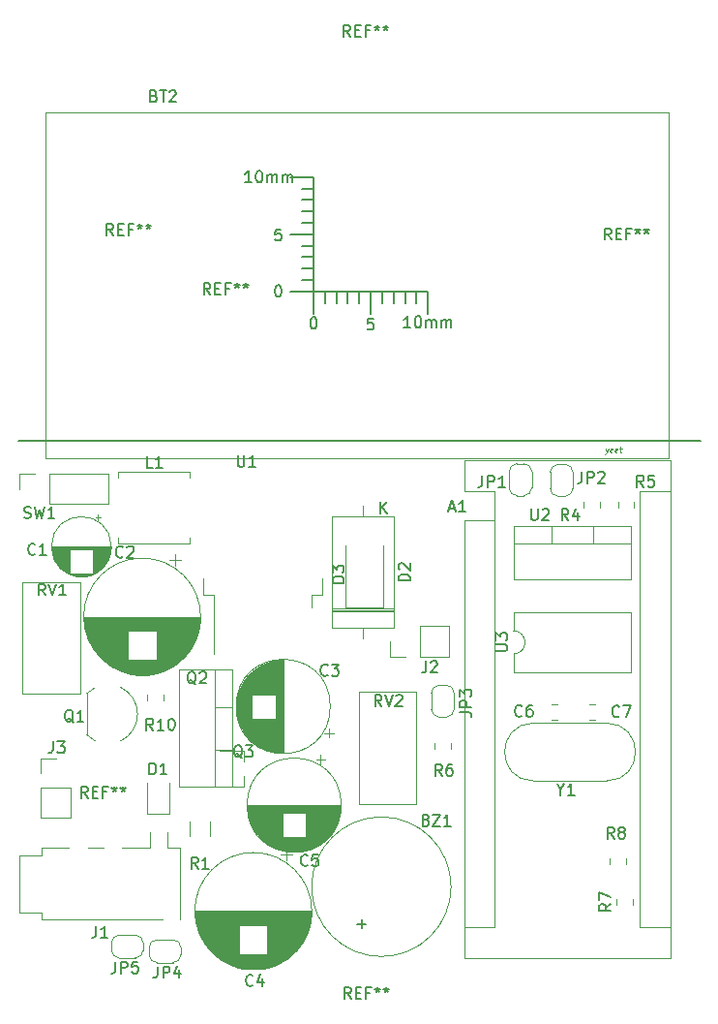
<source format=gbr>
G04 #@! TF.GenerationSoftware,KiCad,Pcbnew,(5.0.2)-1*
G04 #@! TF.CreationDate,2019-04-30T14:20:18-04:00*
G04 #@! TF.ProjectId,_saved__saved_tDCS,5f736176-6564-45f5-9f73-617665645f74,rev?*
G04 #@! TF.SameCoordinates,Original*
G04 #@! TF.FileFunction,Legend,Top*
G04 #@! TF.FilePolarity,Positive*
%FSLAX46Y46*%
G04 Gerber Fmt 4.6, Leading zero omitted, Abs format (unit mm)*
G04 Created by KiCad (PCBNEW (5.0.2)-1) date 4/30/2019 2:20:18 PM*
%MOMM*%
%LPD*%
G01*
G04 APERTURE LIST*
%ADD10C,0.200000*%
%ADD11C,0.100000*%
%ADD12C,0.120000*%
%ADD13C,0.150000*%
G04 APERTURE END LIST*
D10*
X202760000Y-71490000D02*
X262440000Y-71520000D01*
D11*
X254159166Y-72162857D02*
X254236547Y-72496190D01*
X254397261Y-72162857D02*
X254236547Y-72496190D01*
X254174047Y-72615238D01*
X254147261Y-72639047D01*
X254096666Y-72662857D01*
X254739523Y-72472380D02*
X254688928Y-72496190D01*
X254593690Y-72496190D01*
X254549047Y-72472380D01*
X254531190Y-72424761D01*
X254555000Y-72234285D01*
X254584761Y-72186666D01*
X254635357Y-72162857D01*
X254730595Y-72162857D01*
X254775238Y-72186666D01*
X254793095Y-72234285D01*
X254787142Y-72281904D01*
X254543095Y-72329523D01*
X255168095Y-72472380D02*
X255117500Y-72496190D01*
X255022261Y-72496190D01*
X254977619Y-72472380D01*
X254959761Y-72424761D01*
X254983571Y-72234285D01*
X255013333Y-72186666D01*
X255063928Y-72162857D01*
X255159166Y-72162857D01*
X255203809Y-72186666D01*
X255221666Y-72234285D01*
X255215714Y-72281904D01*
X254971666Y-72329523D01*
X255373452Y-72162857D02*
X255563928Y-72162857D01*
X255465714Y-71996190D02*
X255412142Y-72424761D01*
X255430000Y-72472380D01*
X255474642Y-72496190D01*
X255522261Y-72496190D01*
D12*
G04 #@! TO.C,JP5*
X213000000Y-114700000D02*
G75*
G02X213700000Y-115400000I0J-700000D01*
G01*
X213700000Y-116000000D02*
G75*
G02X213000000Y-116700000I-700000J0D01*
G01*
X211600000Y-116700000D02*
G75*
G02X210900000Y-116000000I0J700000D01*
G01*
X210900000Y-115400000D02*
G75*
G02X211600000Y-114700000I700000J0D01*
G01*
X210900000Y-116000000D02*
X210900000Y-115400000D01*
X213000000Y-116700000D02*
X211600000Y-116700000D01*
X213700000Y-115400000D02*
X213700000Y-116000000D01*
X211600000Y-114700000D02*
X213000000Y-114700000D01*
G04 #@! TO.C,JP4*
X216300000Y-117100000D02*
X214900000Y-117100000D01*
X214200000Y-116400000D02*
X214200000Y-115800000D01*
X214900000Y-115100000D02*
X216300000Y-115100000D01*
X217000000Y-115800000D02*
X217000000Y-116400000D01*
X217000000Y-116400000D02*
G75*
G02X216300000Y-117100000I-700000J0D01*
G01*
X216300000Y-115100000D02*
G75*
G02X217000000Y-115800000I0J-700000D01*
G01*
X214200000Y-115800000D02*
G75*
G02X214900000Y-115100000I700000J0D01*
G01*
X214900000Y-117100000D02*
G75*
G02X214200000Y-116400000I0J700000D01*
G01*
G04 #@! TO.C,R5*
X256660000Y-77371078D02*
X256660000Y-76853922D01*
X255240000Y-77371078D02*
X255240000Y-76853922D01*
G04 #@! TO.C,RV1*
X203115000Y-83855000D02*
X203115000Y-93625000D01*
X208185000Y-83855000D02*
X208185000Y-93625000D01*
X203115000Y-93625000D02*
X208185000Y-93625000D01*
X203115000Y-83855000D02*
X208185000Y-83855000D01*
G04 #@! TO.C,BZ1*
X240630000Y-110470000D02*
G75*
G03X240630000Y-110470000I-6100000J0D01*
G01*
G04 #@! TO.C,BT2*
X259680000Y-73012000D02*
X205180000Y-73012000D01*
X205180000Y-73012000D02*
X205180000Y-42812000D01*
X205180000Y-42812000D02*
X259680000Y-42812000D01*
X259680000Y-42812000D02*
X259680000Y-73012000D01*
G04 #@! TO.C,A1*
X244450000Y-78440000D02*
X244450000Y-75900000D01*
X244450000Y-75900000D02*
X241780000Y-75900000D01*
X241780000Y-78440000D02*
X241780000Y-116670000D01*
X241780000Y-73230000D02*
X241780000Y-75900000D01*
X257150000Y-75900000D02*
X259820000Y-75900000D01*
X257150000Y-75900000D02*
X257150000Y-114000000D01*
X257150000Y-114000000D02*
X259820000Y-114000000D01*
X244450000Y-78440000D02*
X241780000Y-78440000D01*
X244450000Y-78440000D02*
X244450000Y-114000000D01*
X244450000Y-114000000D02*
X241780000Y-114000000D01*
X241780000Y-116670000D02*
X259820000Y-116670000D01*
X259820000Y-116670000D02*
X259820000Y-73230000D01*
X259820000Y-73230000D02*
X241780000Y-73230000D01*
G04 #@! TO.C,C1*
X210900000Y-80752000D02*
G75*
G03X210900000Y-80752000I-2620000J0D01*
G01*
X210860000Y-80752000D02*
X205700000Y-80752000D01*
X210860000Y-80792000D02*
X205700000Y-80792000D01*
X210859000Y-80832000D02*
X205701000Y-80832000D01*
X210858000Y-80872000D02*
X205702000Y-80872000D01*
X210856000Y-80912000D02*
X205704000Y-80912000D01*
X210853000Y-80952000D02*
X205707000Y-80952000D01*
X210849000Y-80992000D02*
X209320000Y-80992000D01*
X207240000Y-80992000D02*
X205711000Y-80992000D01*
X210845000Y-81032000D02*
X209320000Y-81032000D01*
X207240000Y-81032000D02*
X205715000Y-81032000D01*
X210841000Y-81072000D02*
X209320000Y-81072000D01*
X207240000Y-81072000D02*
X205719000Y-81072000D01*
X210836000Y-81112000D02*
X209320000Y-81112000D01*
X207240000Y-81112000D02*
X205724000Y-81112000D01*
X210830000Y-81152000D02*
X209320000Y-81152000D01*
X207240000Y-81152000D02*
X205730000Y-81152000D01*
X210823000Y-81192000D02*
X209320000Y-81192000D01*
X207240000Y-81192000D02*
X205737000Y-81192000D01*
X210816000Y-81232000D02*
X209320000Y-81232000D01*
X207240000Y-81232000D02*
X205744000Y-81232000D01*
X210808000Y-81272000D02*
X209320000Y-81272000D01*
X207240000Y-81272000D02*
X205752000Y-81272000D01*
X210800000Y-81312000D02*
X209320000Y-81312000D01*
X207240000Y-81312000D02*
X205760000Y-81312000D01*
X210791000Y-81352000D02*
X209320000Y-81352000D01*
X207240000Y-81352000D02*
X205769000Y-81352000D01*
X210781000Y-81392000D02*
X209320000Y-81392000D01*
X207240000Y-81392000D02*
X205779000Y-81392000D01*
X210771000Y-81432000D02*
X209320000Y-81432000D01*
X207240000Y-81432000D02*
X205789000Y-81432000D01*
X210760000Y-81473000D02*
X209320000Y-81473000D01*
X207240000Y-81473000D02*
X205800000Y-81473000D01*
X210748000Y-81513000D02*
X209320000Y-81513000D01*
X207240000Y-81513000D02*
X205812000Y-81513000D01*
X210735000Y-81553000D02*
X209320000Y-81553000D01*
X207240000Y-81553000D02*
X205825000Y-81553000D01*
X210722000Y-81593000D02*
X209320000Y-81593000D01*
X207240000Y-81593000D02*
X205838000Y-81593000D01*
X210708000Y-81633000D02*
X209320000Y-81633000D01*
X207240000Y-81633000D02*
X205852000Y-81633000D01*
X210694000Y-81673000D02*
X209320000Y-81673000D01*
X207240000Y-81673000D02*
X205866000Y-81673000D01*
X210678000Y-81713000D02*
X209320000Y-81713000D01*
X207240000Y-81713000D02*
X205882000Y-81713000D01*
X210662000Y-81753000D02*
X209320000Y-81753000D01*
X207240000Y-81753000D02*
X205898000Y-81753000D01*
X210645000Y-81793000D02*
X209320000Y-81793000D01*
X207240000Y-81793000D02*
X205915000Y-81793000D01*
X210628000Y-81833000D02*
X209320000Y-81833000D01*
X207240000Y-81833000D02*
X205932000Y-81833000D01*
X210609000Y-81873000D02*
X209320000Y-81873000D01*
X207240000Y-81873000D02*
X205951000Y-81873000D01*
X210590000Y-81913000D02*
X209320000Y-81913000D01*
X207240000Y-81913000D02*
X205970000Y-81913000D01*
X210570000Y-81953000D02*
X209320000Y-81953000D01*
X207240000Y-81953000D02*
X205990000Y-81953000D01*
X210548000Y-81993000D02*
X209320000Y-81993000D01*
X207240000Y-81993000D02*
X206012000Y-81993000D01*
X210527000Y-82033000D02*
X209320000Y-82033000D01*
X207240000Y-82033000D02*
X206033000Y-82033000D01*
X210504000Y-82073000D02*
X209320000Y-82073000D01*
X207240000Y-82073000D02*
X206056000Y-82073000D01*
X210480000Y-82113000D02*
X209320000Y-82113000D01*
X207240000Y-82113000D02*
X206080000Y-82113000D01*
X210455000Y-82153000D02*
X209320000Y-82153000D01*
X207240000Y-82153000D02*
X206105000Y-82153000D01*
X210429000Y-82193000D02*
X209320000Y-82193000D01*
X207240000Y-82193000D02*
X206131000Y-82193000D01*
X210402000Y-82233000D02*
X209320000Y-82233000D01*
X207240000Y-82233000D02*
X206158000Y-82233000D01*
X210375000Y-82273000D02*
X209320000Y-82273000D01*
X207240000Y-82273000D02*
X206185000Y-82273000D01*
X210345000Y-82313000D02*
X209320000Y-82313000D01*
X207240000Y-82313000D02*
X206215000Y-82313000D01*
X210315000Y-82353000D02*
X209320000Y-82353000D01*
X207240000Y-82353000D02*
X206245000Y-82353000D01*
X210284000Y-82393000D02*
X209320000Y-82393000D01*
X207240000Y-82393000D02*
X206276000Y-82393000D01*
X210251000Y-82433000D02*
X209320000Y-82433000D01*
X207240000Y-82433000D02*
X206309000Y-82433000D01*
X210217000Y-82473000D02*
X209320000Y-82473000D01*
X207240000Y-82473000D02*
X206343000Y-82473000D01*
X210181000Y-82513000D02*
X209320000Y-82513000D01*
X207240000Y-82513000D02*
X206379000Y-82513000D01*
X210144000Y-82553000D02*
X209320000Y-82553000D01*
X207240000Y-82553000D02*
X206416000Y-82553000D01*
X210106000Y-82593000D02*
X209320000Y-82593000D01*
X207240000Y-82593000D02*
X206454000Y-82593000D01*
X210065000Y-82633000D02*
X209320000Y-82633000D01*
X207240000Y-82633000D02*
X206495000Y-82633000D01*
X210023000Y-82673000D02*
X209320000Y-82673000D01*
X207240000Y-82673000D02*
X206537000Y-82673000D01*
X209979000Y-82713000D02*
X209320000Y-82713000D01*
X207240000Y-82713000D02*
X206581000Y-82713000D01*
X209933000Y-82753000D02*
X209320000Y-82753000D01*
X207240000Y-82753000D02*
X206627000Y-82753000D01*
X209885000Y-82793000D02*
X209320000Y-82793000D01*
X207240000Y-82793000D02*
X206675000Y-82793000D01*
X209834000Y-82833000D02*
X209320000Y-82833000D01*
X207240000Y-82833000D02*
X206726000Y-82833000D01*
X209780000Y-82873000D02*
X209320000Y-82873000D01*
X207240000Y-82873000D02*
X206780000Y-82873000D01*
X209723000Y-82913000D02*
X209320000Y-82913000D01*
X207240000Y-82913000D02*
X206837000Y-82913000D01*
X209663000Y-82953000D02*
X209320000Y-82953000D01*
X207240000Y-82953000D02*
X206897000Y-82953000D01*
X209599000Y-82993000D02*
X209320000Y-82993000D01*
X207240000Y-82993000D02*
X206961000Y-82993000D01*
X209531000Y-83033000D02*
X209320000Y-83033000D01*
X207240000Y-83033000D02*
X207029000Y-83033000D01*
X209458000Y-83073000D02*
X207102000Y-83073000D01*
X209378000Y-83113000D02*
X207182000Y-83113000D01*
X209291000Y-83153000D02*
X207269000Y-83153000D01*
X209195000Y-83193000D02*
X207365000Y-83193000D01*
X209085000Y-83233000D02*
X207475000Y-83233000D01*
X208957000Y-83273000D02*
X207603000Y-83273000D01*
X208798000Y-83313000D02*
X207762000Y-83313000D01*
X208564000Y-83353000D02*
X207996000Y-83353000D01*
X209755000Y-77947225D02*
X209755000Y-78447225D01*
X210005000Y-78197225D02*
X209505000Y-78197225D01*
G04 #@! TO.C,C2*
X216975000Y-81890354D02*
X215975000Y-81890354D01*
X216475000Y-81390354D02*
X216475000Y-82390354D01*
X214199000Y-91951000D02*
X213001000Y-91951000D01*
X214462000Y-91911000D02*
X212738000Y-91911000D01*
X214662000Y-91871000D02*
X212538000Y-91871000D01*
X214830000Y-91831000D02*
X212370000Y-91831000D01*
X214978000Y-91791000D02*
X212222000Y-91791000D01*
X215110000Y-91751000D02*
X212090000Y-91751000D01*
X215230000Y-91711000D02*
X211970000Y-91711000D01*
X215342000Y-91671000D02*
X211858000Y-91671000D01*
X215446000Y-91631000D02*
X211754000Y-91631000D01*
X215544000Y-91591000D02*
X211656000Y-91591000D01*
X215637000Y-91551000D02*
X211563000Y-91551000D01*
X215725000Y-91511000D02*
X211475000Y-91511000D01*
X215809000Y-91471000D02*
X211391000Y-91471000D01*
X215889000Y-91431000D02*
X211311000Y-91431000D01*
X215965000Y-91391000D02*
X211235000Y-91391000D01*
X216039000Y-91351000D02*
X211161000Y-91351000D01*
X216110000Y-91311000D02*
X211090000Y-91311000D01*
X216179000Y-91271000D02*
X211021000Y-91271000D01*
X216245000Y-91231000D02*
X210955000Y-91231000D01*
X216309000Y-91191000D02*
X210891000Y-91191000D01*
X216370000Y-91151000D02*
X210830000Y-91151000D01*
X216430000Y-91111000D02*
X210770000Y-91111000D01*
X216489000Y-91071000D02*
X210711000Y-91071000D01*
X216545000Y-91031000D02*
X210655000Y-91031000D01*
X216600000Y-90991000D02*
X210600000Y-90991000D01*
X216654000Y-90951000D02*
X210546000Y-90951000D01*
X216706000Y-90911000D02*
X210494000Y-90911000D01*
X216756000Y-90871000D02*
X210444000Y-90871000D01*
X216806000Y-90831000D02*
X210394000Y-90831000D01*
X216854000Y-90791000D02*
X210346000Y-90791000D01*
X216901000Y-90751000D02*
X210299000Y-90751000D01*
X216947000Y-90711000D02*
X210253000Y-90711000D01*
X216992000Y-90671000D02*
X210208000Y-90671000D01*
X217036000Y-90631000D02*
X210164000Y-90631000D01*
X212359000Y-90591000D02*
X210122000Y-90591000D01*
X217078000Y-90591000D02*
X214841000Y-90591000D01*
X212359000Y-90551000D02*
X210080000Y-90551000D01*
X217120000Y-90551000D02*
X214841000Y-90551000D01*
X212359000Y-90511000D02*
X210039000Y-90511000D01*
X217161000Y-90511000D02*
X214841000Y-90511000D01*
X212359000Y-90471000D02*
X209999000Y-90471000D01*
X217201000Y-90471000D02*
X214841000Y-90471000D01*
X212359000Y-90431000D02*
X209960000Y-90431000D01*
X217240000Y-90431000D02*
X214841000Y-90431000D01*
X212359000Y-90391000D02*
X209921000Y-90391000D01*
X217279000Y-90391000D02*
X214841000Y-90391000D01*
X212359000Y-90351000D02*
X209884000Y-90351000D01*
X217316000Y-90351000D02*
X214841000Y-90351000D01*
X212359000Y-90311000D02*
X209847000Y-90311000D01*
X217353000Y-90311000D02*
X214841000Y-90311000D01*
X212359000Y-90271000D02*
X209811000Y-90271000D01*
X217389000Y-90271000D02*
X214841000Y-90271000D01*
X212359000Y-90231000D02*
X209776000Y-90231000D01*
X217424000Y-90231000D02*
X214841000Y-90231000D01*
X212359000Y-90191000D02*
X209742000Y-90191000D01*
X217458000Y-90191000D02*
X214841000Y-90191000D01*
X212359000Y-90151000D02*
X209708000Y-90151000D01*
X217492000Y-90151000D02*
X214841000Y-90151000D01*
X212359000Y-90111000D02*
X209675000Y-90111000D01*
X217525000Y-90111000D02*
X214841000Y-90111000D01*
X212359000Y-90071000D02*
X209643000Y-90071000D01*
X217557000Y-90071000D02*
X214841000Y-90071000D01*
X212359000Y-90031000D02*
X209611000Y-90031000D01*
X217589000Y-90031000D02*
X214841000Y-90031000D01*
X212359000Y-89991000D02*
X209580000Y-89991000D01*
X217620000Y-89991000D02*
X214841000Y-89991000D01*
X212359000Y-89951000D02*
X209550000Y-89951000D01*
X217650000Y-89951000D02*
X214841000Y-89951000D01*
X212359000Y-89911000D02*
X209520000Y-89911000D01*
X217680000Y-89911000D02*
X214841000Y-89911000D01*
X212359000Y-89871000D02*
X209490000Y-89871000D01*
X217710000Y-89871000D02*
X214841000Y-89871000D01*
X212359000Y-89831000D02*
X209462000Y-89831000D01*
X217738000Y-89831000D02*
X214841000Y-89831000D01*
X212359000Y-89791000D02*
X209434000Y-89791000D01*
X217766000Y-89791000D02*
X214841000Y-89791000D01*
X212359000Y-89751000D02*
X209406000Y-89751000D01*
X217794000Y-89751000D02*
X214841000Y-89751000D01*
X212359000Y-89711000D02*
X209379000Y-89711000D01*
X217821000Y-89711000D02*
X214841000Y-89711000D01*
X212359000Y-89671000D02*
X209353000Y-89671000D01*
X217847000Y-89671000D02*
X214841000Y-89671000D01*
X212359000Y-89631000D02*
X209327000Y-89631000D01*
X217873000Y-89631000D02*
X214841000Y-89631000D01*
X212359000Y-89591000D02*
X209302000Y-89591000D01*
X217898000Y-89591000D02*
X214841000Y-89591000D01*
X212359000Y-89551000D02*
X209277000Y-89551000D01*
X217923000Y-89551000D02*
X214841000Y-89551000D01*
X212359000Y-89511000D02*
X209253000Y-89511000D01*
X217947000Y-89511000D02*
X214841000Y-89511000D01*
X212359000Y-89471000D02*
X209229000Y-89471000D01*
X217971000Y-89471000D02*
X214841000Y-89471000D01*
X212359000Y-89431000D02*
X209205000Y-89431000D01*
X217995000Y-89431000D02*
X214841000Y-89431000D01*
X212359000Y-89391000D02*
X209183000Y-89391000D01*
X218017000Y-89391000D02*
X214841000Y-89391000D01*
X212359000Y-89351000D02*
X209160000Y-89351000D01*
X218040000Y-89351000D02*
X214841000Y-89351000D01*
X212359000Y-89311000D02*
X209138000Y-89311000D01*
X218062000Y-89311000D02*
X214841000Y-89311000D01*
X212359000Y-89271000D02*
X209117000Y-89271000D01*
X218083000Y-89271000D02*
X214841000Y-89271000D01*
X212359000Y-89231000D02*
X209096000Y-89231000D01*
X218104000Y-89231000D02*
X214841000Y-89231000D01*
X212359000Y-89191000D02*
X209075000Y-89191000D01*
X218125000Y-89191000D02*
X214841000Y-89191000D01*
X212359000Y-89151000D02*
X209055000Y-89151000D01*
X218145000Y-89151000D02*
X214841000Y-89151000D01*
X212359000Y-89111000D02*
X209036000Y-89111000D01*
X218164000Y-89111000D02*
X214841000Y-89111000D01*
X212359000Y-89071000D02*
X209016000Y-89071000D01*
X218184000Y-89071000D02*
X214841000Y-89071000D01*
X212359000Y-89031000D02*
X208997000Y-89031000D01*
X218203000Y-89031000D02*
X214841000Y-89031000D01*
X212359000Y-88991000D02*
X208979000Y-88991000D01*
X218221000Y-88991000D02*
X214841000Y-88991000D01*
X212359000Y-88951000D02*
X208961000Y-88951000D01*
X218239000Y-88951000D02*
X214841000Y-88951000D01*
X212359000Y-88911000D02*
X208943000Y-88911000D01*
X218257000Y-88911000D02*
X214841000Y-88911000D01*
X212359000Y-88871000D02*
X208926000Y-88871000D01*
X218274000Y-88871000D02*
X214841000Y-88871000D01*
X212359000Y-88831000D02*
X208910000Y-88831000D01*
X218290000Y-88831000D02*
X214841000Y-88831000D01*
X212359000Y-88791000D02*
X208893000Y-88791000D01*
X218307000Y-88791000D02*
X214841000Y-88791000D01*
X212359000Y-88751000D02*
X208877000Y-88751000D01*
X218323000Y-88751000D02*
X214841000Y-88751000D01*
X212359000Y-88711000D02*
X208862000Y-88711000D01*
X218338000Y-88711000D02*
X214841000Y-88711000D01*
X212359000Y-88671000D02*
X208846000Y-88671000D01*
X218354000Y-88671000D02*
X214841000Y-88671000D01*
X212359000Y-88631000D02*
X208832000Y-88631000D01*
X218368000Y-88631000D02*
X214841000Y-88631000D01*
X212359000Y-88591000D02*
X208817000Y-88591000D01*
X218383000Y-88591000D02*
X214841000Y-88591000D01*
X212359000Y-88551000D02*
X208803000Y-88551000D01*
X218397000Y-88551000D02*
X214841000Y-88551000D01*
X212359000Y-88511000D02*
X208789000Y-88511000D01*
X218411000Y-88511000D02*
X214841000Y-88511000D01*
X212359000Y-88471000D02*
X208776000Y-88471000D01*
X218424000Y-88471000D02*
X214841000Y-88471000D01*
X212359000Y-88431000D02*
X208763000Y-88431000D01*
X218437000Y-88431000D02*
X214841000Y-88431000D01*
X212359000Y-88391000D02*
X208750000Y-88391000D01*
X218450000Y-88391000D02*
X214841000Y-88391000D01*
X212359000Y-88351000D02*
X208738000Y-88351000D01*
X218462000Y-88351000D02*
X214841000Y-88351000D01*
X212359000Y-88311000D02*
X208726000Y-88311000D01*
X218474000Y-88311000D02*
X214841000Y-88311000D01*
X212359000Y-88271000D02*
X208715000Y-88271000D01*
X218485000Y-88271000D02*
X214841000Y-88271000D01*
X212359000Y-88231000D02*
X208703000Y-88231000D01*
X218497000Y-88231000D02*
X214841000Y-88231000D01*
X212359000Y-88191000D02*
X208693000Y-88191000D01*
X218507000Y-88191000D02*
X214841000Y-88191000D01*
X212359000Y-88151000D02*
X208682000Y-88151000D01*
X218518000Y-88151000D02*
X214841000Y-88151000D01*
X218528000Y-88111000D02*
X208672000Y-88111000D01*
X218538000Y-88071000D02*
X208662000Y-88071000D01*
X218547000Y-88031000D02*
X208653000Y-88031000D01*
X218556000Y-87991000D02*
X208644000Y-87991000D01*
X218565000Y-87951000D02*
X208635000Y-87951000D01*
X218574000Y-87911000D02*
X208626000Y-87911000D01*
X218582000Y-87871000D02*
X208618000Y-87871000D01*
X218590000Y-87831000D02*
X208610000Y-87831000D01*
X218597000Y-87791000D02*
X208603000Y-87791000D01*
X218604000Y-87751000D02*
X208596000Y-87751000D01*
X218611000Y-87711000D02*
X208589000Y-87711000D01*
X218618000Y-87671000D02*
X208582000Y-87671000D01*
X218624000Y-87631000D02*
X208576000Y-87631000D01*
X218630000Y-87591000D02*
X208570000Y-87591000D01*
X218635000Y-87550000D02*
X208565000Y-87550000D01*
X218640000Y-87510000D02*
X208560000Y-87510000D01*
X218645000Y-87470000D02*
X208555000Y-87470000D01*
X218650000Y-87430000D02*
X208550000Y-87430000D01*
X218654000Y-87390000D02*
X208546000Y-87390000D01*
X218658000Y-87350000D02*
X208542000Y-87350000D01*
X218662000Y-87310000D02*
X208538000Y-87310000D01*
X218665000Y-87270000D02*
X208535000Y-87270000D01*
X218668000Y-87230000D02*
X208532000Y-87230000D01*
X218670000Y-87190000D02*
X208530000Y-87190000D01*
X218673000Y-87150000D02*
X208527000Y-87150000D01*
X218675000Y-87110000D02*
X208525000Y-87110000D01*
X218677000Y-87070000D02*
X208523000Y-87070000D01*
X218678000Y-87030000D02*
X208522000Y-87030000D01*
X218679000Y-86990000D02*
X208521000Y-86990000D01*
X218680000Y-86950000D02*
X208520000Y-86950000D01*
X218680000Y-86910000D02*
X208520000Y-86910000D01*
X218680000Y-86870000D02*
X208520000Y-86870000D01*
X218720000Y-86870000D02*
G75*
G03X218720000Y-86870000I-5120000J0D01*
G01*
G04 #@! TO.C,C3*
X230060000Y-94720000D02*
G75*
G03X230060000Y-94720000I-4120000J0D01*
G01*
X225940000Y-98800000D02*
X225940000Y-90640000D01*
X225900000Y-98800000D02*
X225900000Y-90640000D01*
X225860000Y-98800000D02*
X225860000Y-90640000D01*
X225820000Y-98799000D02*
X225820000Y-90641000D01*
X225780000Y-98797000D02*
X225780000Y-90643000D01*
X225740000Y-98796000D02*
X225740000Y-90644000D01*
X225700000Y-98794000D02*
X225700000Y-90646000D01*
X225660000Y-98791000D02*
X225660000Y-90649000D01*
X225620000Y-98788000D02*
X225620000Y-90652000D01*
X225580000Y-98785000D02*
X225580000Y-90655000D01*
X225540000Y-98781000D02*
X225540000Y-90659000D01*
X225500000Y-98777000D02*
X225500000Y-90663000D01*
X225460000Y-98772000D02*
X225460000Y-90668000D01*
X225420000Y-98768000D02*
X225420000Y-90672000D01*
X225380000Y-98762000D02*
X225380000Y-90678000D01*
X225340000Y-98757000D02*
X225340000Y-90683000D01*
X225300000Y-98750000D02*
X225300000Y-90690000D01*
X225260000Y-98744000D02*
X225260000Y-90696000D01*
X225219000Y-98737000D02*
X225219000Y-95760000D01*
X225219000Y-93680000D02*
X225219000Y-90703000D01*
X225179000Y-98730000D02*
X225179000Y-95760000D01*
X225179000Y-93680000D02*
X225179000Y-90710000D01*
X225139000Y-98722000D02*
X225139000Y-95760000D01*
X225139000Y-93680000D02*
X225139000Y-90718000D01*
X225099000Y-98714000D02*
X225099000Y-95760000D01*
X225099000Y-93680000D02*
X225099000Y-90726000D01*
X225059000Y-98705000D02*
X225059000Y-95760000D01*
X225059000Y-93680000D02*
X225059000Y-90735000D01*
X225019000Y-98696000D02*
X225019000Y-95760000D01*
X225019000Y-93680000D02*
X225019000Y-90744000D01*
X224979000Y-98687000D02*
X224979000Y-95760000D01*
X224979000Y-93680000D02*
X224979000Y-90753000D01*
X224939000Y-98677000D02*
X224939000Y-95760000D01*
X224939000Y-93680000D02*
X224939000Y-90763000D01*
X224899000Y-98667000D02*
X224899000Y-95760000D01*
X224899000Y-93680000D02*
X224899000Y-90773000D01*
X224859000Y-98656000D02*
X224859000Y-95760000D01*
X224859000Y-93680000D02*
X224859000Y-90784000D01*
X224819000Y-98645000D02*
X224819000Y-95760000D01*
X224819000Y-93680000D02*
X224819000Y-90795000D01*
X224779000Y-98634000D02*
X224779000Y-95760000D01*
X224779000Y-93680000D02*
X224779000Y-90806000D01*
X224739000Y-98622000D02*
X224739000Y-95760000D01*
X224739000Y-93680000D02*
X224739000Y-90818000D01*
X224699000Y-98609000D02*
X224699000Y-95760000D01*
X224699000Y-93680000D02*
X224699000Y-90831000D01*
X224659000Y-98597000D02*
X224659000Y-95760000D01*
X224659000Y-93680000D02*
X224659000Y-90843000D01*
X224619000Y-98583000D02*
X224619000Y-95760000D01*
X224619000Y-93680000D02*
X224619000Y-90857000D01*
X224579000Y-98570000D02*
X224579000Y-95760000D01*
X224579000Y-93680000D02*
X224579000Y-90870000D01*
X224539000Y-98555000D02*
X224539000Y-95760000D01*
X224539000Y-93680000D02*
X224539000Y-90885000D01*
X224499000Y-98541000D02*
X224499000Y-95760000D01*
X224499000Y-93680000D02*
X224499000Y-90899000D01*
X224459000Y-98525000D02*
X224459000Y-95760000D01*
X224459000Y-93680000D02*
X224459000Y-90915000D01*
X224419000Y-98510000D02*
X224419000Y-95760000D01*
X224419000Y-93680000D02*
X224419000Y-90930000D01*
X224379000Y-98494000D02*
X224379000Y-95760000D01*
X224379000Y-93680000D02*
X224379000Y-90946000D01*
X224339000Y-98477000D02*
X224339000Y-95760000D01*
X224339000Y-93680000D02*
X224339000Y-90963000D01*
X224299000Y-98460000D02*
X224299000Y-95760000D01*
X224299000Y-93680000D02*
X224299000Y-90980000D01*
X224259000Y-98442000D02*
X224259000Y-95760000D01*
X224259000Y-93680000D02*
X224259000Y-90998000D01*
X224219000Y-98424000D02*
X224219000Y-95760000D01*
X224219000Y-93680000D02*
X224219000Y-91016000D01*
X224179000Y-98406000D02*
X224179000Y-95760000D01*
X224179000Y-93680000D02*
X224179000Y-91034000D01*
X224139000Y-98386000D02*
X224139000Y-95760000D01*
X224139000Y-93680000D02*
X224139000Y-91054000D01*
X224099000Y-98367000D02*
X224099000Y-95760000D01*
X224099000Y-93680000D02*
X224099000Y-91073000D01*
X224059000Y-98347000D02*
X224059000Y-95760000D01*
X224059000Y-93680000D02*
X224059000Y-91093000D01*
X224019000Y-98326000D02*
X224019000Y-95760000D01*
X224019000Y-93680000D02*
X224019000Y-91114000D01*
X223979000Y-98304000D02*
X223979000Y-95760000D01*
X223979000Y-93680000D02*
X223979000Y-91136000D01*
X223939000Y-98282000D02*
X223939000Y-95760000D01*
X223939000Y-93680000D02*
X223939000Y-91158000D01*
X223899000Y-98260000D02*
X223899000Y-95760000D01*
X223899000Y-93680000D02*
X223899000Y-91180000D01*
X223859000Y-98237000D02*
X223859000Y-95760000D01*
X223859000Y-93680000D02*
X223859000Y-91203000D01*
X223819000Y-98213000D02*
X223819000Y-95760000D01*
X223819000Y-93680000D02*
X223819000Y-91227000D01*
X223779000Y-98189000D02*
X223779000Y-95760000D01*
X223779000Y-93680000D02*
X223779000Y-91251000D01*
X223739000Y-98164000D02*
X223739000Y-95760000D01*
X223739000Y-93680000D02*
X223739000Y-91276000D01*
X223699000Y-98138000D02*
X223699000Y-95760000D01*
X223699000Y-93680000D02*
X223699000Y-91302000D01*
X223659000Y-98112000D02*
X223659000Y-95760000D01*
X223659000Y-93680000D02*
X223659000Y-91328000D01*
X223619000Y-98085000D02*
X223619000Y-95760000D01*
X223619000Y-93680000D02*
X223619000Y-91355000D01*
X223579000Y-98058000D02*
X223579000Y-95760000D01*
X223579000Y-93680000D02*
X223579000Y-91382000D01*
X223539000Y-98029000D02*
X223539000Y-95760000D01*
X223539000Y-93680000D02*
X223539000Y-91411000D01*
X223499000Y-98000000D02*
X223499000Y-95760000D01*
X223499000Y-93680000D02*
X223499000Y-91440000D01*
X223459000Y-97970000D02*
X223459000Y-95760000D01*
X223459000Y-93680000D02*
X223459000Y-91470000D01*
X223419000Y-97940000D02*
X223419000Y-95760000D01*
X223419000Y-93680000D02*
X223419000Y-91500000D01*
X223379000Y-97909000D02*
X223379000Y-95760000D01*
X223379000Y-93680000D02*
X223379000Y-91531000D01*
X223339000Y-97876000D02*
X223339000Y-95760000D01*
X223339000Y-93680000D02*
X223339000Y-91564000D01*
X223299000Y-97844000D02*
X223299000Y-95760000D01*
X223299000Y-93680000D02*
X223299000Y-91596000D01*
X223259000Y-97810000D02*
X223259000Y-95760000D01*
X223259000Y-93680000D02*
X223259000Y-91630000D01*
X223219000Y-97775000D02*
X223219000Y-95760000D01*
X223219000Y-93680000D02*
X223219000Y-91665000D01*
X223179000Y-97739000D02*
X223179000Y-95760000D01*
X223179000Y-93680000D02*
X223179000Y-91701000D01*
X223139000Y-97703000D02*
X223139000Y-91737000D01*
X223099000Y-97665000D02*
X223099000Y-91775000D01*
X223059000Y-97627000D02*
X223059000Y-91813000D01*
X223019000Y-97587000D02*
X223019000Y-91853000D01*
X222979000Y-97546000D02*
X222979000Y-91894000D01*
X222939000Y-97504000D02*
X222939000Y-91936000D01*
X222899000Y-97461000D02*
X222899000Y-91979000D01*
X222859000Y-97417000D02*
X222859000Y-92023000D01*
X222819000Y-97371000D02*
X222819000Y-92069000D01*
X222779000Y-97324000D02*
X222779000Y-92116000D01*
X222739000Y-97276000D02*
X222739000Y-92164000D01*
X222699000Y-97225000D02*
X222699000Y-92215000D01*
X222659000Y-97174000D02*
X222659000Y-92266000D01*
X222619000Y-97120000D02*
X222619000Y-92320000D01*
X222579000Y-97065000D02*
X222579000Y-92375000D01*
X222539000Y-97007000D02*
X222539000Y-92433000D01*
X222499000Y-96948000D02*
X222499000Y-92492000D01*
X222459000Y-96886000D02*
X222459000Y-92554000D01*
X222419000Y-96822000D02*
X222419000Y-92618000D01*
X222379000Y-96754000D02*
X222379000Y-92686000D01*
X222339000Y-96684000D02*
X222339000Y-92756000D01*
X222299000Y-96610000D02*
X222299000Y-92830000D01*
X222259000Y-96533000D02*
X222259000Y-92907000D01*
X222219000Y-96451000D02*
X222219000Y-92989000D01*
X222179000Y-96365000D02*
X222179000Y-93075000D01*
X222139000Y-96272000D02*
X222139000Y-93168000D01*
X222099000Y-96173000D02*
X222099000Y-93267000D01*
X222059000Y-96066000D02*
X222059000Y-93374000D01*
X222019000Y-95949000D02*
X222019000Y-93491000D01*
X221979000Y-95818000D02*
X221979000Y-93622000D01*
X221939000Y-95668000D02*
X221939000Y-93772000D01*
X221899000Y-95488000D02*
X221899000Y-93952000D01*
X221859000Y-95253000D02*
X221859000Y-94187000D01*
X230349698Y-97035000D02*
X229549698Y-97035000D01*
X229949698Y-97435000D02*
X229949698Y-96635000D01*
G04 #@! TO.C,C4*
X228445000Y-112600000D02*
G75*
G03X228445000Y-112600000I-5120000J0D01*
G01*
X228405000Y-112600000D02*
X218245000Y-112600000D01*
X228405000Y-112640000D02*
X218245000Y-112640000D01*
X228405000Y-112680000D02*
X218245000Y-112680000D01*
X228404000Y-112720000D02*
X218246000Y-112720000D01*
X228403000Y-112760000D02*
X218247000Y-112760000D01*
X228402000Y-112800000D02*
X218248000Y-112800000D01*
X228400000Y-112840000D02*
X218250000Y-112840000D01*
X228398000Y-112880000D02*
X218252000Y-112880000D01*
X228395000Y-112920000D02*
X218255000Y-112920000D01*
X228393000Y-112960000D02*
X218257000Y-112960000D01*
X228390000Y-113000000D02*
X218260000Y-113000000D01*
X228387000Y-113040000D02*
X218263000Y-113040000D01*
X228383000Y-113080000D02*
X218267000Y-113080000D01*
X228379000Y-113120000D02*
X218271000Y-113120000D01*
X228375000Y-113160000D02*
X218275000Y-113160000D01*
X228370000Y-113200000D02*
X218280000Y-113200000D01*
X228365000Y-113240000D02*
X218285000Y-113240000D01*
X228360000Y-113280000D02*
X218290000Y-113280000D01*
X228355000Y-113321000D02*
X218295000Y-113321000D01*
X228349000Y-113361000D02*
X218301000Y-113361000D01*
X228343000Y-113401000D02*
X218307000Y-113401000D01*
X228336000Y-113441000D02*
X218314000Y-113441000D01*
X228329000Y-113481000D02*
X218321000Y-113481000D01*
X228322000Y-113521000D02*
X218328000Y-113521000D01*
X228315000Y-113561000D02*
X218335000Y-113561000D01*
X228307000Y-113601000D02*
X218343000Y-113601000D01*
X228299000Y-113641000D02*
X218351000Y-113641000D01*
X228290000Y-113681000D02*
X218360000Y-113681000D01*
X228281000Y-113721000D02*
X218369000Y-113721000D01*
X228272000Y-113761000D02*
X218378000Y-113761000D01*
X228263000Y-113801000D02*
X218387000Y-113801000D01*
X228253000Y-113841000D02*
X218397000Y-113841000D01*
X228243000Y-113881000D02*
X224566000Y-113881000D01*
X222084000Y-113881000D02*
X218407000Y-113881000D01*
X228232000Y-113921000D02*
X224566000Y-113921000D01*
X222084000Y-113921000D02*
X218418000Y-113921000D01*
X228222000Y-113961000D02*
X224566000Y-113961000D01*
X222084000Y-113961000D02*
X218428000Y-113961000D01*
X228210000Y-114001000D02*
X224566000Y-114001000D01*
X222084000Y-114001000D02*
X218440000Y-114001000D01*
X228199000Y-114041000D02*
X224566000Y-114041000D01*
X222084000Y-114041000D02*
X218451000Y-114041000D01*
X228187000Y-114081000D02*
X224566000Y-114081000D01*
X222084000Y-114081000D02*
X218463000Y-114081000D01*
X228175000Y-114121000D02*
X224566000Y-114121000D01*
X222084000Y-114121000D02*
X218475000Y-114121000D01*
X228162000Y-114161000D02*
X224566000Y-114161000D01*
X222084000Y-114161000D02*
X218488000Y-114161000D01*
X228149000Y-114201000D02*
X224566000Y-114201000D01*
X222084000Y-114201000D02*
X218501000Y-114201000D01*
X228136000Y-114241000D02*
X224566000Y-114241000D01*
X222084000Y-114241000D02*
X218514000Y-114241000D01*
X228122000Y-114281000D02*
X224566000Y-114281000D01*
X222084000Y-114281000D02*
X218528000Y-114281000D01*
X228108000Y-114321000D02*
X224566000Y-114321000D01*
X222084000Y-114321000D02*
X218542000Y-114321000D01*
X228093000Y-114361000D02*
X224566000Y-114361000D01*
X222084000Y-114361000D02*
X218557000Y-114361000D01*
X228079000Y-114401000D02*
X224566000Y-114401000D01*
X222084000Y-114401000D02*
X218571000Y-114401000D01*
X228063000Y-114441000D02*
X224566000Y-114441000D01*
X222084000Y-114441000D02*
X218587000Y-114441000D01*
X228048000Y-114481000D02*
X224566000Y-114481000D01*
X222084000Y-114481000D02*
X218602000Y-114481000D01*
X228032000Y-114521000D02*
X224566000Y-114521000D01*
X222084000Y-114521000D02*
X218618000Y-114521000D01*
X228015000Y-114561000D02*
X224566000Y-114561000D01*
X222084000Y-114561000D02*
X218635000Y-114561000D01*
X227999000Y-114601000D02*
X224566000Y-114601000D01*
X222084000Y-114601000D02*
X218651000Y-114601000D01*
X227982000Y-114641000D02*
X224566000Y-114641000D01*
X222084000Y-114641000D02*
X218668000Y-114641000D01*
X227964000Y-114681000D02*
X224566000Y-114681000D01*
X222084000Y-114681000D02*
X218686000Y-114681000D01*
X227946000Y-114721000D02*
X224566000Y-114721000D01*
X222084000Y-114721000D02*
X218704000Y-114721000D01*
X227928000Y-114761000D02*
X224566000Y-114761000D01*
X222084000Y-114761000D02*
X218722000Y-114761000D01*
X227909000Y-114801000D02*
X224566000Y-114801000D01*
X222084000Y-114801000D02*
X218741000Y-114801000D01*
X227889000Y-114841000D02*
X224566000Y-114841000D01*
X222084000Y-114841000D02*
X218761000Y-114841000D01*
X227870000Y-114881000D02*
X224566000Y-114881000D01*
X222084000Y-114881000D02*
X218780000Y-114881000D01*
X227850000Y-114921000D02*
X224566000Y-114921000D01*
X222084000Y-114921000D02*
X218800000Y-114921000D01*
X227829000Y-114961000D02*
X224566000Y-114961000D01*
X222084000Y-114961000D02*
X218821000Y-114961000D01*
X227808000Y-115001000D02*
X224566000Y-115001000D01*
X222084000Y-115001000D02*
X218842000Y-115001000D01*
X227787000Y-115041000D02*
X224566000Y-115041000D01*
X222084000Y-115041000D02*
X218863000Y-115041000D01*
X227765000Y-115081000D02*
X224566000Y-115081000D01*
X222084000Y-115081000D02*
X218885000Y-115081000D01*
X227742000Y-115121000D02*
X224566000Y-115121000D01*
X222084000Y-115121000D02*
X218908000Y-115121000D01*
X227720000Y-115161000D02*
X224566000Y-115161000D01*
X222084000Y-115161000D02*
X218930000Y-115161000D01*
X227696000Y-115201000D02*
X224566000Y-115201000D01*
X222084000Y-115201000D02*
X218954000Y-115201000D01*
X227672000Y-115241000D02*
X224566000Y-115241000D01*
X222084000Y-115241000D02*
X218978000Y-115241000D01*
X227648000Y-115281000D02*
X224566000Y-115281000D01*
X222084000Y-115281000D02*
X219002000Y-115281000D01*
X227623000Y-115321000D02*
X224566000Y-115321000D01*
X222084000Y-115321000D02*
X219027000Y-115321000D01*
X227598000Y-115361000D02*
X224566000Y-115361000D01*
X222084000Y-115361000D02*
X219052000Y-115361000D01*
X227572000Y-115401000D02*
X224566000Y-115401000D01*
X222084000Y-115401000D02*
X219078000Y-115401000D01*
X227546000Y-115441000D02*
X224566000Y-115441000D01*
X222084000Y-115441000D02*
X219104000Y-115441000D01*
X227519000Y-115481000D02*
X224566000Y-115481000D01*
X222084000Y-115481000D02*
X219131000Y-115481000D01*
X227491000Y-115521000D02*
X224566000Y-115521000D01*
X222084000Y-115521000D02*
X219159000Y-115521000D01*
X227463000Y-115561000D02*
X224566000Y-115561000D01*
X222084000Y-115561000D02*
X219187000Y-115561000D01*
X227435000Y-115601000D02*
X224566000Y-115601000D01*
X222084000Y-115601000D02*
X219215000Y-115601000D01*
X227405000Y-115641000D02*
X224566000Y-115641000D01*
X222084000Y-115641000D02*
X219245000Y-115641000D01*
X227375000Y-115681000D02*
X224566000Y-115681000D01*
X222084000Y-115681000D02*
X219275000Y-115681000D01*
X227345000Y-115721000D02*
X224566000Y-115721000D01*
X222084000Y-115721000D02*
X219305000Y-115721000D01*
X227314000Y-115761000D02*
X224566000Y-115761000D01*
X222084000Y-115761000D02*
X219336000Y-115761000D01*
X227282000Y-115801000D02*
X224566000Y-115801000D01*
X222084000Y-115801000D02*
X219368000Y-115801000D01*
X227250000Y-115841000D02*
X224566000Y-115841000D01*
X222084000Y-115841000D02*
X219400000Y-115841000D01*
X227217000Y-115881000D02*
X224566000Y-115881000D01*
X222084000Y-115881000D02*
X219433000Y-115881000D01*
X227183000Y-115921000D02*
X224566000Y-115921000D01*
X222084000Y-115921000D02*
X219467000Y-115921000D01*
X227149000Y-115961000D02*
X224566000Y-115961000D01*
X222084000Y-115961000D02*
X219501000Y-115961000D01*
X227114000Y-116001000D02*
X224566000Y-116001000D01*
X222084000Y-116001000D02*
X219536000Y-116001000D01*
X227078000Y-116041000D02*
X224566000Y-116041000D01*
X222084000Y-116041000D02*
X219572000Y-116041000D01*
X227041000Y-116081000D02*
X224566000Y-116081000D01*
X222084000Y-116081000D02*
X219609000Y-116081000D01*
X227004000Y-116121000D02*
X224566000Y-116121000D01*
X222084000Y-116121000D02*
X219646000Y-116121000D01*
X226965000Y-116161000D02*
X224566000Y-116161000D01*
X222084000Y-116161000D02*
X219685000Y-116161000D01*
X226926000Y-116201000D02*
X224566000Y-116201000D01*
X222084000Y-116201000D02*
X219724000Y-116201000D01*
X226886000Y-116241000D02*
X224566000Y-116241000D01*
X222084000Y-116241000D02*
X219764000Y-116241000D01*
X226845000Y-116281000D02*
X224566000Y-116281000D01*
X222084000Y-116281000D02*
X219805000Y-116281000D01*
X226803000Y-116321000D02*
X224566000Y-116321000D01*
X222084000Y-116321000D02*
X219847000Y-116321000D01*
X226761000Y-116361000D02*
X219889000Y-116361000D01*
X226717000Y-116401000D02*
X219933000Y-116401000D01*
X226672000Y-116441000D02*
X219978000Y-116441000D01*
X226626000Y-116481000D02*
X220024000Y-116481000D01*
X226579000Y-116521000D02*
X220071000Y-116521000D01*
X226531000Y-116561000D02*
X220119000Y-116561000D01*
X226481000Y-116601000D02*
X220169000Y-116601000D01*
X226431000Y-116641000D02*
X220219000Y-116641000D01*
X226379000Y-116681000D02*
X220271000Y-116681000D01*
X226325000Y-116721000D02*
X220325000Y-116721000D01*
X226270000Y-116761000D02*
X220380000Y-116761000D01*
X226214000Y-116801000D02*
X220436000Y-116801000D01*
X226155000Y-116841000D02*
X220495000Y-116841000D01*
X226095000Y-116881000D02*
X220555000Y-116881000D01*
X226034000Y-116921000D02*
X220616000Y-116921000D01*
X225970000Y-116961000D02*
X220680000Y-116961000D01*
X225904000Y-117001000D02*
X220746000Y-117001000D01*
X225835000Y-117041000D02*
X220815000Y-117041000D01*
X225764000Y-117081000D02*
X220886000Y-117081000D01*
X225690000Y-117121000D02*
X220960000Y-117121000D01*
X225614000Y-117161000D02*
X221036000Y-117161000D01*
X225534000Y-117201000D02*
X221116000Y-117201000D01*
X225450000Y-117241000D02*
X221200000Y-117241000D01*
X225362000Y-117281000D02*
X221288000Y-117281000D01*
X225269000Y-117321000D02*
X221381000Y-117321000D01*
X225171000Y-117361000D02*
X221479000Y-117361000D01*
X225067000Y-117401000D02*
X221583000Y-117401000D01*
X224955000Y-117441000D02*
X221695000Y-117441000D01*
X224835000Y-117481000D02*
X221815000Y-117481000D01*
X224703000Y-117521000D02*
X221947000Y-117521000D01*
X224555000Y-117561000D02*
X222095000Y-117561000D01*
X224387000Y-117601000D02*
X222263000Y-117601000D01*
X224187000Y-117641000D02*
X222463000Y-117641000D01*
X223924000Y-117681000D02*
X222726000Y-117681000D01*
X226200000Y-107120354D02*
X226200000Y-108120354D01*
X226700000Y-107620354D02*
X225700000Y-107620354D01*
G04 #@! TO.C,C5*
X229615000Y-99340302D02*
X228815000Y-99340302D01*
X229215000Y-98940302D02*
X229215000Y-99740302D01*
X227433000Y-107431000D02*
X226367000Y-107431000D01*
X227668000Y-107391000D02*
X226132000Y-107391000D01*
X227848000Y-107351000D02*
X225952000Y-107351000D01*
X227998000Y-107311000D02*
X225802000Y-107311000D01*
X228129000Y-107271000D02*
X225671000Y-107271000D01*
X228246000Y-107231000D02*
X225554000Y-107231000D01*
X228353000Y-107191000D02*
X225447000Y-107191000D01*
X228452000Y-107151000D02*
X225348000Y-107151000D01*
X228545000Y-107111000D02*
X225255000Y-107111000D01*
X228631000Y-107071000D02*
X225169000Y-107071000D01*
X228713000Y-107031000D02*
X225087000Y-107031000D01*
X228790000Y-106991000D02*
X225010000Y-106991000D01*
X228864000Y-106951000D02*
X224936000Y-106951000D01*
X228934000Y-106911000D02*
X224866000Y-106911000D01*
X229002000Y-106871000D02*
X224798000Y-106871000D01*
X229066000Y-106831000D02*
X224734000Y-106831000D01*
X229128000Y-106791000D02*
X224672000Y-106791000D01*
X229187000Y-106751000D02*
X224613000Y-106751000D01*
X229245000Y-106711000D02*
X224555000Y-106711000D01*
X229300000Y-106671000D02*
X224500000Y-106671000D01*
X229354000Y-106631000D02*
X224446000Y-106631000D01*
X229405000Y-106591000D02*
X224395000Y-106591000D01*
X229456000Y-106551000D02*
X224344000Y-106551000D01*
X229504000Y-106511000D02*
X224296000Y-106511000D01*
X229551000Y-106471000D02*
X224249000Y-106471000D01*
X229597000Y-106431000D02*
X224203000Y-106431000D01*
X229641000Y-106391000D02*
X224159000Y-106391000D01*
X229684000Y-106351000D02*
X224116000Y-106351000D01*
X229726000Y-106311000D02*
X224074000Y-106311000D01*
X229767000Y-106271000D02*
X224033000Y-106271000D01*
X229807000Y-106231000D02*
X223993000Y-106231000D01*
X229845000Y-106191000D02*
X223955000Y-106191000D01*
X229883000Y-106151000D02*
X223917000Y-106151000D01*
X225860000Y-106111000D02*
X223881000Y-106111000D01*
X229919000Y-106111000D02*
X227940000Y-106111000D01*
X225860000Y-106071000D02*
X223845000Y-106071000D01*
X229955000Y-106071000D02*
X227940000Y-106071000D01*
X225860000Y-106031000D02*
X223810000Y-106031000D01*
X229990000Y-106031000D02*
X227940000Y-106031000D01*
X225860000Y-105991000D02*
X223776000Y-105991000D01*
X230024000Y-105991000D02*
X227940000Y-105991000D01*
X225860000Y-105951000D02*
X223744000Y-105951000D01*
X230056000Y-105951000D02*
X227940000Y-105951000D01*
X225860000Y-105911000D02*
X223711000Y-105911000D01*
X230089000Y-105911000D02*
X227940000Y-105911000D01*
X225860000Y-105871000D02*
X223680000Y-105871000D01*
X230120000Y-105871000D02*
X227940000Y-105871000D01*
X225860000Y-105831000D02*
X223650000Y-105831000D01*
X230150000Y-105831000D02*
X227940000Y-105831000D01*
X225860000Y-105791000D02*
X223620000Y-105791000D01*
X230180000Y-105791000D02*
X227940000Y-105791000D01*
X225860000Y-105751000D02*
X223591000Y-105751000D01*
X230209000Y-105751000D02*
X227940000Y-105751000D01*
X225860000Y-105711000D02*
X223562000Y-105711000D01*
X230238000Y-105711000D02*
X227940000Y-105711000D01*
X225860000Y-105671000D02*
X223535000Y-105671000D01*
X230265000Y-105671000D02*
X227940000Y-105671000D01*
X225860000Y-105631000D02*
X223508000Y-105631000D01*
X230292000Y-105631000D02*
X227940000Y-105631000D01*
X225860000Y-105591000D02*
X223482000Y-105591000D01*
X230318000Y-105591000D02*
X227940000Y-105591000D01*
X225860000Y-105551000D02*
X223456000Y-105551000D01*
X230344000Y-105551000D02*
X227940000Y-105551000D01*
X225860000Y-105511000D02*
X223431000Y-105511000D01*
X230369000Y-105511000D02*
X227940000Y-105511000D01*
X225860000Y-105471000D02*
X223407000Y-105471000D01*
X230393000Y-105471000D02*
X227940000Y-105471000D01*
X225860000Y-105431000D02*
X223383000Y-105431000D01*
X230417000Y-105431000D02*
X227940000Y-105431000D01*
X225860000Y-105391000D02*
X223360000Y-105391000D01*
X230440000Y-105391000D02*
X227940000Y-105391000D01*
X225860000Y-105351000D02*
X223338000Y-105351000D01*
X230462000Y-105351000D02*
X227940000Y-105351000D01*
X225860000Y-105311000D02*
X223316000Y-105311000D01*
X230484000Y-105311000D02*
X227940000Y-105311000D01*
X225860000Y-105271000D02*
X223294000Y-105271000D01*
X230506000Y-105271000D02*
X227940000Y-105271000D01*
X225860000Y-105231000D02*
X223273000Y-105231000D01*
X230527000Y-105231000D02*
X227940000Y-105231000D01*
X225860000Y-105191000D02*
X223253000Y-105191000D01*
X230547000Y-105191000D02*
X227940000Y-105191000D01*
X225860000Y-105151000D02*
X223234000Y-105151000D01*
X230566000Y-105151000D02*
X227940000Y-105151000D01*
X225860000Y-105111000D02*
X223214000Y-105111000D01*
X230586000Y-105111000D02*
X227940000Y-105111000D01*
X225860000Y-105071000D02*
X223196000Y-105071000D01*
X230604000Y-105071000D02*
X227940000Y-105071000D01*
X225860000Y-105031000D02*
X223178000Y-105031000D01*
X230622000Y-105031000D02*
X227940000Y-105031000D01*
X225860000Y-104991000D02*
X223160000Y-104991000D01*
X230640000Y-104991000D02*
X227940000Y-104991000D01*
X225860000Y-104951000D02*
X223143000Y-104951000D01*
X230657000Y-104951000D02*
X227940000Y-104951000D01*
X225860000Y-104911000D02*
X223126000Y-104911000D01*
X230674000Y-104911000D02*
X227940000Y-104911000D01*
X225860000Y-104871000D02*
X223110000Y-104871000D01*
X230690000Y-104871000D02*
X227940000Y-104871000D01*
X225860000Y-104831000D02*
X223095000Y-104831000D01*
X230705000Y-104831000D02*
X227940000Y-104831000D01*
X225860000Y-104791000D02*
X223079000Y-104791000D01*
X230721000Y-104791000D02*
X227940000Y-104791000D01*
X225860000Y-104751000D02*
X223065000Y-104751000D01*
X230735000Y-104751000D02*
X227940000Y-104751000D01*
X225860000Y-104711000D02*
X223050000Y-104711000D01*
X230750000Y-104711000D02*
X227940000Y-104711000D01*
X225860000Y-104671000D02*
X223037000Y-104671000D01*
X230763000Y-104671000D02*
X227940000Y-104671000D01*
X225860000Y-104631000D02*
X223023000Y-104631000D01*
X230777000Y-104631000D02*
X227940000Y-104631000D01*
X225860000Y-104591000D02*
X223011000Y-104591000D01*
X230789000Y-104591000D02*
X227940000Y-104591000D01*
X225860000Y-104551000D02*
X222998000Y-104551000D01*
X230802000Y-104551000D02*
X227940000Y-104551000D01*
X225860000Y-104511000D02*
X222986000Y-104511000D01*
X230814000Y-104511000D02*
X227940000Y-104511000D01*
X225860000Y-104471000D02*
X222975000Y-104471000D01*
X230825000Y-104471000D02*
X227940000Y-104471000D01*
X225860000Y-104431000D02*
X222964000Y-104431000D01*
X230836000Y-104431000D02*
X227940000Y-104431000D01*
X225860000Y-104391000D02*
X222953000Y-104391000D01*
X230847000Y-104391000D02*
X227940000Y-104391000D01*
X225860000Y-104351000D02*
X222943000Y-104351000D01*
X230857000Y-104351000D02*
X227940000Y-104351000D01*
X225860000Y-104311000D02*
X222933000Y-104311000D01*
X230867000Y-104311000D02*
X227940000Y-104311000D01*
X225860000Y-104271000D02*
X222924000Y-104271000D01*
X230876000Y-104271000D02*
X227940000Y-104271000D01*
X225860000Y-104231000D02*
X222915000Y-104231000D01*
X230885000Y-104231000D02*
X227940000Y-104231000D01*
X225860000Y-104191000D02*
X222906000Y-104191000D01*
X230894000Y-104191000D02*
X227940000Y-104191000D01*
X225860000Y-104151000D02*
X222898000Y-104151000D01*
X230902000Y-104151000D02*
X227940000Y-104151000D01*
X225860000Y-104111000D02*
X222890000Y-104111000D01*
X230910000Y-104111000D02*
X227940000Y-104111000D01*
X225860000Y-104071000D02*
X222883000Y-104071000D01*
X230917000Y-104071000D02*
X227940000Y-104071000D01*
X230924000Y-104030000D02*
X222876000Y-104030000D01*
X230930000Y-103990000D02*
X222870000Y-103990000D01*
X230937000Y-103950000D02*
X222863000Y-103950000D01*
X230942000Y-103910000D02*
X222858000Y-103910000D01*
X230948000Y-103870000D02*
X222852000Y-103870000D01*
X230952000Y-103830000D02*
X222848000Y-103830000D01*
X230957000Y-103790000D02*
X222843000Y-103790000D01*
X230961000Y-103750000D02*
X222839000Y-103750000D01*
X230965000Y-103710000D02*
X222835000Y-103710000D01*
X230968000Y-103670000D02*
X222832000Y-103670000D01*
X230971000Y-103630000D02*
X222829000Y-103630000D01*
X230974000Y-103590000D02*
X222826000Y-103590000D01*
X230976000Y-103550000D02*
X222824000Y-103550000D01*
X230977000Y-103510000D02*
X222823000Y-103510000D01*
X230979000Y-103470000D02*
X222821000Y-103470000D01*
X230980000Y-103430000D02*
X222820000Y-103430000D01*
X230980000Y-103390000D02*
X222820000Y-103390000D01*
X230980000Y-103350000D02*
X222820000Y-103350000D01*
X231020000Y-103350000D02*
G75*
G03X231020000Y-103350000I-4120000J0D01*
G01*
G04 #@! TO.C,D2*
X230180000Y-87850000D02*
X235620000Y-87850000D01*
X235620000Y-87850000D02*
X235620000Y-78110000D01*
X235620000Y-78110000D02*
X230180000Y-78110000D01*
X230180000Y-78110000D02*
X230180000Y-87850000D01*
X232900000Y-88760000D02*
X232900000Y-87850000D01*
X232900000Y-77200000D02*
X232900000Y-78110000D01*
X230180000Y-86305000D02*
X235620000Y-86305000D01*
X230180000Y-86185000D02*
X235620000Y-86185000D01*
X230180000Y-86425000D02*
X235620000Y-86425000D01*
G04 #@! TO.C,J2*
X235280000Y-90350000D02*
X235280000Y-89020000D01*
X236610000Y-90350000D02*
X235280000Y-90350000D01*
X237880000Y-90350000D02*
X237880000Y-87690000D01*
X237880000Y-87690000D02*
X240480000Y-87690000D01*
X237880000Y-90350000D02*
X240480000Y-90350000D01*
X240480000Y-90350000D02*
X240480000Y-87690000D01*
G04 #@! TO.C,J3*
X204720000Y-104430000D02*
X207380000Y-104430000D01*
X204720000Y-101830000D02*
X204720000Y-104430000D01*
X207380000Y-101830000D02*
X207380000Y-104430000D01*
X204720000Y-101830000D02*
X207380000Y-101830000D01*
X204720000Y-100560000D02*
X204720000Y-99230000D01*
X204720000Y-99230000D02*
X206050000Y-99230000D01*
G04 #@! TO.C,JP1*
X245700000Y-74200000D02*
G75*
G02X246400000Y-73500000I700000J0D01*
G01*
X247000000Y-73500000D02*
G75*
G02X247700000Y-74200000I0J-700000D01*
G01*
X247700000Y-75600000D02*
G75*
G02X247000000Y-76300000I-700000J0D01*
G01*
X246400000Y-76300000D02*
G75*
G02X245700000Y-75600000I0J700000D01*
G01*
X247000000Y-76300000D02*
X246400000Y-76300000D01*
X247700000Y-74200000D02*
X247700000Y-75600000D01*
X246400000Y-73500000D02*
X247000000Y-73500000D01*
X245700000Y-75600000D02*
X245700000Y-74200000D01*
G04 #@! TO.C,JP2*
X249300000Y-75650000D02*
X249300000Y-74250000D01*
X250000000Y-73550000D02*
X250600000Y-73550000D01*
X251300000Y-74250000D02*
X251300000Y-75650000D01*
X250600000Y-76350000D02*
X250000000Y-76350000D01*
X250000000Y-76350000D02*
G75*
G02X249300000Y-75650000I0J700000D01*
G01*
X251300000Y-75650000D02*
G75*
G02X250600000Y-76350000I-700000J0D01*
G01*
X250600000Y-73550000D02*
G75*
G02X251300000Y-74250000I0J-700000D01*
G01*
X249300000Y-74250000D02*
G75*
G02X250000000Y-73550000I700000J0D01*
G01*
G04 #@! TO.C,JP3*
X240903000Y-94949000D02*
G75*
G02X240203000Y-95649000I-700000J0D01*
G01*
X239603000Y-95649000D02*
G75*
G02X238903000Y-94949000I0J700000D01*
G01*
X238903000Y-93549000D02*
G75*
G02X239603000Y-92849000I700000J0D01*
G01*
X240203000Y-92849000D02*
G75*
G02X240903000Y-93549000I0J-700000D01*
G01*
X239603000Y-92849000D02*
X240203000Y-92849000D01*
X238903000Y-94949000D02*
X238903000Y-93549000D01*
X240203000Y-95649000D02*
X239603000Y-95649000D01*
X240903000Y-93549000D02*
X240903000Y-94949000D01*
G04 #@! TO.C,L1*
X211530000Y-74243000D02*
X217730000Y-74243000D01*
X217730000Y-74243000D02*
X217730000Y-74693000D01*
X217730000Y-80443000D02*
X211530000Y-80443000D01*
X217730000Y-80443000D02*
X217730000Y-79993000D01*
X211530000Y-80443000D02*
X211530000Y-79993000D01*
X211530000Y-74243000D02*
X211530000Y-74693000D01*
G04 #@! TO.C,Q1*
X208750000Y-93590000D02*
X208750000Y-97190000D01*
X209477205Y-93065816D02*
G75*
G03X208750000Y-93590000I1122795J-2324184D01*
G01*
X211698807Y-93033600D02*
G75*
G02X213200000Y-95390000I-1098807J-2356400D01*
G01*
X211698807Y-97746400D02*
G75*
G03X213200000Y-95390000I-1098807J2356400D01*
G01*
X209477205Y-97714184D02*
G75*
G02X208750000Y-97190000I1122795J2324184D01*
G01*
G04 #@! TO.C,Q2*
X221500000Y-91510000D02*
X221500000Y-101750000D01*
X216859000Y-91510000D02*
X216859000Y-101750000D01*
X221500000Y-91510000D02*
X216859000Y-91510000D01*
X221500000Y-101750000D02*
X216859000Y-101750000D01*
X219990000Y-91510000D02*
X219990000Y-101750000D01*
X221500000Y-94780000D02*
X219990000Y-94780000D01*
X221500000Y-98481000D02*
X219990000Y-98481000D01*
G04 #@! TO.C,RV2*
X237610000Y-103220000D02*
X232540000Y-103220000D01*
X237610000Y-93450000D02*
X232540000Y-93450000D01*
X232540000Y-103220000D02*
X232540000Y-93450000D01*
X237610000Y-103220000D02*
X237610000Y-93450000D01*
G04 #@! TO.C,SW1*
X205486000Y-77022000D02*
X205486000Y-74362000D01*
X205486000Y-77022000D02*
X210626000Y-77022000D01*
X210626000Y-77022000D02*
X210626000Y-74362000D01*
X205486000Y-74362000D02*
X210626000Y-74362000D01*
X202886000Y-74362000D02*
X204216000Y-74362000D01*
X202886000Y-75692000D02*
X202886000Y-74362000D01*
G04 #@! TO.C,U1*
X218955000Y-83492000D02*
X218955000Y-84992000D01*
X218955000Y-84992000D02*
X219905000Y-84992000D01*
X219905000Y-84992000D02*
X219905000Y-90117000D01*
X229355000Y-83492000D02*
X229355000Y-84992000D01*
X229355000Y-84992000D02*
X228405000Y-84992000D01*
X228405000Y-84992000D02*
X228405000Y-86092000D01*
G04 #@! TO.C,U2*
X253085000Y-78987000D02*
X253085000Y-80497000D01*
X249384000Y-78987000D02*
X249384000Y-80497000D01*
X246114000Y-80497000D02*
X256354000Y-80497000D01*
X256354000Y-78987000D02*
X256354000Y-83628000D01*
X246114000Y-78987000D02*
X246114000Y-83628000D01*
X246114000Y-83628000D02*
X256354000Y-83628000D01*
X246114000Y-78987000D02*
X256354000Y-78987000D01*
G04 #@! TO.C,U3*
X246094000Y-88115000D02*
G75*
G02X246094000Y-90115000I0J-1000000D01*
G01*
X246094000Y-90115000D02*
X246094000Y-91765000D01*
X246094000Y-91765000D02*
X256374000Y-91765000D01*
X256374000Y-91765000D02*
X256374000Y-86465000D01*
X256374000Y-86465000D02*
X246094000Y-86465000D01*
X246094000Y-86465000D02*
X246094000Y-88115000D01*
G04 #@! TO.C,Y1*
X247840000Y-96175000D02*
X254240000Y-96175000D01*
X247840000Y-101225000D02*
X254240000Y-101225000D01*
X247840000Y-101225000D02*
G75*
G02X247840000Y-96175000I0J2525000D01*
G01*
X254240000Y-101225000D02*
G75*
G03X254240000Y-96175000I0J2525000D01*
G01*
G04 #@! TO.C,Q3*
X222535000Y-101730000D02*
X222535000Y-100800000D01*
X222535000Y-98570000D02*
X222535000Y-99500000D01*
X222535000Y-98570000D02*
X220375000Y-98570000D01*
X222535000Y-101730000D02*
X221075000Y-101730000D01*
G04 #@! TO.C,J1*
X214250000Y-107100000D02*
X214250000Y-105700000D01*
X215800000Y-107100000D02*
X215800000Y-105700000D01*
X215350000Y-113300000D02*
X204825000Y-113300000D01*
X215800000Y-107100000D02*
X216925000Y-107100000D01*
X211850000Y-107100000D02*
X214250000Y-107100000D01*
X208850000Y-107100000D02*
X210200000Y-107100000D01*
X204825000Y-107100000D02*
X207200000Y-107100000D01*
X216925000Y-113300000D02*
X216925000Y-107100000D01*
X204825000Y-107100000D02*
X204825000Y-107700000D01*
X204825000Y-112700000D02*
X204825000Y-113300000D01*
X202825000Y-107700000D02*
X202825000Y-112700000D01*
X204825000Y-107700000D02*
X202825000Y-107700000D01*
X204825000Y-112700000D02*
X202825000Y-112700000D01*
G04 #@! TO.C,D1*
X214040000Y-101400000D02*
X214040000Y-104085000D01*
X214040000Y-104085000D02*
X215960000Y-104085000D01*
X215960000Y-104085000D02*
X215960000Y-101400000D01*
G04 #@! TO.C,R1*
X219560000Y-104797936D02*
X219560000Y-106002064D01*
X217740000Y-104797936D02*
X217740000Y-106002064D01*
G04 #@! TO.C,R4*
X252240000Y-77371078D02*
X252240000Y-76853922D01*
X253660000Y-77371078D02*
X253660000Y-76853922D01*
G04 #@! TO.C,R6*
X240600000Y-98426078D02*
X240600000Y-97908922D01*
X239180000Y-98426078D02*
X239180000Y-97908922D01*
G04 #@! TO.C,R7*
X255090000Y-112058578D02*
X255090000Y-111541422D01*
X256510000Y-112058578D02*
X256510000Y-111541422D01*
G04 #@! TO.C,R8*
X255930000Y-108476078D02*
X255930000Y-107958922D01*
X254510000Y-108476078D02*
X254510000Y-107958922D01*
G04 #@! TO.C,R10*
X214010000Y-94228578D02*
X214010000Y-93711422D01*
X215430000Y-94228578D02*
X215430000Y-93711422D01*
G04 #@! TO.C,C6*
X249908578Y-95910000D02*
X249391422Y-95910000D01*
X249908578Y-94490000D02*
X249391422Y-94490000D01*
G04 #@! TO.C,C7*
X253208578Y-94490000D02*
X252691422Y-94490000D01*
X253208578Y-95910000D02*
X252691422Y-95910000D01*
G04 #@! TO.C,D3*
X231400000Y-86025000D02*
X234700000Y-86025000D01*
X234700000Y-86025000D02*
X234700000Y-80625000D01*
X231400000Y-86025000D02*
X231400000Y-80625000D01*
D13*
G04 #@! TO.C,REF\002A\002A*
X238599980Y-58450000D02*
X238599980Y-60448980D01*
X228600000Y-58450000D02*
X238599980Y-58450000D01*
X228600000Y-58450000D02*
X228600000Y-60448980D01*
X233601260Y-58450000D02*
X233601260Y-60448980D01*
X229600760Y-58450000D02*
X229600760Y-59450760D01*
X230598980Y-58450000D02*
X230598980Y-59450760D01*
X231599740Y-58450000D02*
X231599740Y-59450760D01*
X232600500Y-58450000D02*
X232600500Y-59450760D01*
X234599480Y-58450000D02*
X234599480Y-59450760D01*
X235600240Y-58450000D02*
X235600240Y-59450760D01*
X236601000Y-58450000D02*
X236601000Y-59450760D01*
X237599220Y-58450000D02*
X237599220Y-59450760D01*
X228600000Y-58450000D02*
X228600000Y-48450020D01*
X228600000Y-48450020D02*
X226601020Y-48450020D01*
X228600000Y-58450000D02*
X226601020Y-58450000D01*
X228600000Y-53448740D02*
X226601020Y-53448740D01*
X228600000Y-57449240D02*
X227599240Y-57449240D01*
X228600000Y-56451020D02*
X227599240Y-56451020D01*
X228600000Y-55450260D02*
X227599240Y-55450260D01*
X228600000Y-54449500D02*
X227599240Y-54449500D01*
X228600000Y-52450520D02*
X227599240Y-52450520D01*
X228600000Y-51449760D02*
X227599240Y-51449760D01*
X228600000Y-50449000D02*
X227599240Y-50449000D01*
X228600000Y-49450780D02*
X227599240Y-49450780D01*
X254636666Y-53922380D02*
X254303333Y-53446190D01*
X254065238Y-53922380D02*
X254065238Y-52922380D01*
X254446190Y-52922380D01*
X254541428Y-52970000D01*
X254589047Y-53017619D01*
X254636666Y-53112857D01*
X254636666Y-53255714D01*
X254589047Y-53350952D01*
X254541428Y-53398571D01*
X254446190Y-53446190D01*
X254065238Y-53446190D01*
X255065238Y-53398571D02*
X255398571Y-53398571D01*
X255541428Y-53922380D02*
X255065238Y-53922380D01*
X255065238Y-52922380D01*
X255541428Y-52922380D01*
X256303333Y-53398571D02*
X255970000Y-53398571D01*
X255970000Y-53922380D02*
X255970000Y-52922380D01*
X256446190Y-52922380D01*
X256970000Y-52922380D02*
X256970000Y-53160476D01*
X256731904Y-53065238D02*
X256970000Y-53160476D01*
X257208095Y-53065238D01*
X256827142Y-53350952D02*
X256970000Y-53160476D01*
X257112857Y-53350952D01*
X257731904Y-52922380D02*
X257731904Y-53160476D01*
X257493809Y-53065238D02*
X257731904Y-53160476D01*
X257970000Y-53065238D01*
X257589047Y-53350952D02*
X257731904Y-53160476D01*
X257874761Y-53350952D01*
X211056666Y-53552380D02*
X210723333Y-53076190D01*
X210485238Y-53552380D02*
X210485238Y-52552380D01*
X210866190Y-52552380D01*
X210961428Y-52600000D01*
X211009047Y-52647619D01*
X211056666Y-52742857D01*
X211056666Y-52885714D01*
X211009047Y-52980952D01*
X210961428Y-53028571D01*
X210866190Y-53076190D01*
X210485238Y-53076190D01*
X211485238Y-53028571D02*
X211818571Y-53028571D01*
X211961428Y-53552380D02*
X211485238Y-53552380D01*
X211485238Y-52552380D01*
X211961428Y-52552380D01*
X212723333Y-53028571D02*
X212390000Y-53028571D01*
X212390000Y-53552380D02*
X212390000Y-52552380D01*
X212866190Y-52552380D01*
X213390000Y-52552380D02*
X213390000Y-52790476D01*
X213151904Y-52695238D02*
X213390000Y-52790476D01*
X213628095Y-52695238D01*
X213247142Y-52980952D02*
X213390000Y-52790476D01*
X213532857Y-52980952D01*
X214151904Y-52552380D02*
X214151904Y-52790476D01*
X213913809Y-52695238D02*
X214151904Y-52790476D01*
X214390000Y-52695238D01*
X214009047Y-52980952D02*
X214151904Y-52790476D01*
X214294761Y-52980952D01*
X231816666Y-36162380D02*
X231483333Y-35686190D01*
X231245238Y-36162380D02*
X231245238Y-35162380D01*
X231626190Y-35162380D01*
X231721428Y-35210000D01*
X231769047Y-35257619D01*
X231816666Y-35352857D01*
X231816666Y-35495714D01*
X231769047Y-35590952D01*
X231721428Y-35638571D01*
X231626190Y-35686190D01*
X231245238Y-35686190D01*
X232245238Y-35638571D02*
X232578571Y-35638571D01*
X232721428Y-36162380D02*
X232245238Y-36162380D01*
X232245238Y-35162380D01*
X232721428Y-35162380D01*
X233483333Y-35638571D02*
X233150000Y-35638571D01*
X233150000Y-36162380D02*
X233150000Y-35162380D01*
X233626190Y-35162380D01*
X234150000Y-35162380D02*
X234150000Y-35400476D01*
X233911904Y-35305238D02*
X234150000Y-35400476D01*
X234388095Y-35305238D01*
X234007142Y-35590952D02*
X234150000Y-35400476D01*
X234292857Y-35590952D01*
X234911904Y-35162380D02*
X234911904Y-35400476D01*
X234673809Y-35305238D02*
X234911904Y-35400476D01*
X235150000Y-35305238D01*
X234769047Y-35590952D02*
X234911904Y-35400476D01*
X235054761Y-35590952D01*
X231866666Y-120262380D02*
X231533333Y-119786190D01*
X231295238Y-120262380D02*
X231295238Y-119262380D01*
X231676190Y-119262380D01*
X231771428Y-119310000D01*
X231819047Y-119357619D01*
X231866666Y-119452857D01*
X231866666Y-119595714D01*
X231819047Y-119690952D01*
X231771428Y-119738571D01*
X231676190Y-119786190D01*
X231295238Y-119786190D01*
X232295238Y-119738571D02*
X232628571Y-119738571D01*
X232771428Y-120262380D02*
X232295238Y-120262380D01*
X232295238Y-119262380D01*
X232771428Y-119262380D01*
X233533333Y-119738571D02*
X233200000Y-119738571D01*
X233200000Y-120262380D02*
X233200000Y-119262380D01*
X233676190Y-119262380D01*
X234200000Y-119262380D02*
X234200000Y-119500476D01*
X233961904Y-119405238D02*
X234200000Y-119500476D01*
X234438095Y-119405238D01*
X234057142Y-119690952D02*
X234200000Y-119500476D01*
X234342857Y-119690952D01*
X234961904Y-119262380D02*
X234961904Y-119500476D01*
X234723809Y-119405238D02*
X234961904Y-119500476D01*
X235200000Y-119405238D01*
X234819047Y-119690952D02*
X234961904Y-119500476D01*
X235104761Y-119690952D01*
G04 #@! TO.C,JP5*
X211266666Y-117027380D02*
X211266666Y-117741666D01*
X211219047Y-117884523D01*
X211123809Y-117979761D01*
X210980952Y-118027380D01*
X210885714Y-118027380D01*
X211742857Y-118027380D02*
X211742857Y-117027380D01*
X212123809Y-117027380D01*
X212219047Y-117075000D01*
X212266666Y-117122619D01*
X212314285Y-117217857D01*
X212314285Y-117360714D01*
X212266666Y-117455952D01*
X212219047Y-117503571D01*
X212123809Y-117551190D01*
X211742857Y-117551190D01*
X213219047Y-117027380D02*
X212742857Y-117027380D01*
X212695238Y-117503571D01*
X212742857Y-117455952D01*
X212838095Y-117408333D01*
X213076190Y-117408333D01*
X213171428Y-117455952D01*
X213219047Y-117503571D01*
X213266666Y-117598809D01*
X213266666Y-117836904D01*
X213219047Y-117932142D01*
X213171428Y-117979761D01*
X213076190Y-118027380D01*
X212838095Y-118027380D01*
X212742857Y-117979761D01*
X212695238Y-117932142D01*
G04 #@! TO.C,JP4*
X214956666Y-117432380D02*
X214956666Y-118146666D01*
X214909047Y-118289523D01*
X214813809Y-118384761D01*
X214670952Y-118432380D01*
X214575714Y-118432380D01*
X215432857Y-118432380D02*
X215432857Y-117432380D01*
X215813809Y-117432380D01*
X215909047Y-117480000D01*
X215956666Y-117527619D01*
X216004285Y-117622857D01*
X216004285Y-117765714D01*
X215956666Y-117860952D01*
X215909047Y-117908571D01*
X215813809Y-117956190D01*
X215432857Y-117956190D01*
X216861428Y-117765714D02*
X216861428Y-118432380D01*
X216623333Y-117384761D02*
X216385238Y-118099047D01*
X217004285Y-118099047D01*
G04 #@! TO.C,REF\002A\002A*
X208836666Y-102702380D02*
X208503333Y-102226190D01*
X208265238Y-102702380D02*
X208265238Y-101702380D01*
X208646190Y-101702380D01*
X208741428Y-101750000D01*
X208789047Y-101797619D01*
X208836666Y-101892857D01*
X208836666Y-102035714D01*
X208789047Y-102130952D01*
X208741428Y-102178571D01*
X208646190Y-102226190D01*
X208265238Y-102226190D01*
X209265238Y-102178571D02*
X209598571Y-102178571D01*
X209741428Y-102702380D02*
X209265238Y-102702380D01*
X209265238Y-101702380D01*
X209741428Y-101702380D01*
X210503333Y-102178571D02*
X210170000Y-102178571D01*
X210170000Y-102702380D02*
X210170000Y-101702380D01*
X210646190Y-101702380D01*
X211170000Y-101702380D02*
X211170000Y-101940476D01*
X210931904Y-101845238D02*
X211170000Y-101940476D01*
X211408095Y-101845238D01*
X211027142Y-102130952D02*
X211170000Y-101940476D01*
X211312857Y-102130952D01*
X211931904Y-101702380D02*
X211931904Y-101940476D01*
X211693809Y-101845238D02*
X211931904Y-101940476D01*
X212170000Y-101845238D01*
X211789047Y-102130952D02*
X211931904Y-101940476D01*
X212074761Y-102130952D01*
G04 #@! TO.C,R5*
X257483333Y-75527380D02*
X257150000Y-75051190D01*
X256911904Y-75527380D02*
X256911904Y-74527380D01*
X257292857Y-74527380D01*
X257388095Y-74575000D01*
X257435714Y-74622619D01*
X257483333Y-74717857D01*
X257483333Y-74860714D01*
X257435714Y-74955952D01*
X257388095Y-75003571D01*
X257292857Y-75051190D01*
X256911904Y-75051190D01*
X258388095Y-74527380D02*
X257911904Y-74527380D01*
X257864285Y-75003571D01*
X257911904Y-74955952D01*
X258007142Y-74908333D01*
X258245238Y-74908333D01*
X258340476Y-74955952D01*
X258388095Y-75003571D01*
X258435714Y-75098809D01*
X258435714Y-75336904D01*
X258388095Y-75432142D01*
X258340476Y-75479761D01*
X258245238Y-75527380D01*
X258007142Y-75527380D01*
X257911904Y-75479761D01*
X257864285Y-75432142D01*
G04 #@! TO.C,RV1*
X205124761Y-85002380D02*
X204791428Y-84526190D01*
X204553333Y-85002380D02*
X204553333Y-84002380D01*
X204934285Y-84002380D01*
X205029523Y-84050000D01*
X205077142Y-84097619D01*
X205124761Y-84192857D01*
X205124761Y-84335714D01*
X205077142Y-84430952D01*
X205029523Y-84478571D01*
X204934285Y-84526190D01*
X204553333Y-84526190D01*
X205410476Y-84002380D02*
X205743809Y-85002380D01*
X206077142Y-84002380D01*
X206934285Y-85002380D02*
X206362857Y-85002380D01*
X206648571Y-85002380D02*
X206648571Y-84002380D01*
X206553333Y-84145238D01*
X206458095Y-84240476D01*
X206362857Y-84288095D01*
G04 #@! TO.C,BZ1*
X238459047Y-104638571D02*
X238601904Y-104686190D01*
X238649523Y-104733809D01*
X238697142Y-104829047D01*
X238697142Y-104971904D01*
X238649523Y-105067142D01*
X238601904Y-105114761D01*
X238506666Y-105162380D01*
X238125714Y-105162380D01*
X238125714Y-104162380D01*
X238459047Y-104162380D01*
X238554285Y-104210000D01*
X238601904Y-104257619D01*
X238649523Y-104352857D01*
X238649523Y-104448095D01*
X238601904Y-104543333D01*
X238554285Y-104590952D01*
X238459047Y-104638571D01*
X238125714Y-104638571D01*
X239030476Y-104162380D02*
X239697142Y-104162380D01*
X239030476Y-105162380D01*
X239697142Y-105162380D01*
X240601904Y-105162380D02*
X240030476Y-105162380D01*
X240316190Y-105162380D02*
X240316190Y-104162380D01*
X240220952Y-104305238D01*
X240125714Y-104400476D01*
X240030476Y-104448095D01*
X232801428Y-114100952D02*
X232801428Y-113339047D01*
X233182380Y-113720000D02*
X232420476Y-113720000D01*
G04 #@! TO.C,BT2*
X214624285Y-41358571D02*
X214767142Y-41406190D01*
X214814761Y-41453809D01*
X214862380Y-41549047D01*
X214862380Y-41691904D01*
X214814761Y-41787142D01*
X214767142Y-41834761D01*
X214671904Y-41882380D01*
X214290952Y-41882380D01*
X214290952Y-40882380D01*
X214624285Y-40882380D01*
X214719523Y-40930000D01*
X214767142Y-40977619D01*
X214814761Y-41072857D01*
X214814761Y-41168095D01*
X214767142Y-41263333D01*
X214719523Y-41310952D01*
X214624285Y-41358571D01*
X214290952Y-41358571D01*
X215148095Y-40882380D02*
X215719523Y-40882380D01*
X215433809Y-41882380D02*
X215433809Y-40882380D01*
X216005238Y-40977619D02*
X216052857Y-40930000D01*
X216148095Y-40882380D01*
X216386190Y-40882380D01*
X216481428Y-40930000D01*
X216529047Y-40977619D01*
X216576666Y-41072857D01*
X216576666Y-41168095D01*
X216529047Y-41310952D01*
X215957619Y-41882380D01*
X216576666Y-41882380D01*
G04 #@! TO.C,A1*
X240476514Y-77390958D02*
X240952704Y-77390958D01*
X240381276Y-77676672D02*
X240714609Y-76676672D01*
X241047942Y-77676672D01*
X241905085Y-77676672D02*
X241333657Y-77676672D01*
X241619371Y-77676672D02*
X241619371Y-76676672D01*
X241524133Y-76819530D01*
X241428895Y-76914768D01*
X241333657Y-76962387D01*
G04 #@! TO.C,C1*
X204241333Y-81377142D02*
X204193714Y-81424761D01*
X204050857Y-81472380D01*
X203955619Y-81472380D01*
X203812761Y-81424761D01*
X203717523Y-81329523D01*
X203669904Y-81234285D01*
X203622285Y-81043809D01*
X203622285Y-80900952D01*
X203669904Y-80710476D01*
X203717523Y-80615238D01*
X203812761Y-80520000D01*
X203955619Y-80472380D01*
X204050857Y-80472380D01*
X204193714Y-80520000D01*
X204241333Y-80567619D01*
X205193714Y-81472380D02*
X204622285Y-81472380D01*
X204908000Y-81472380D02*
X204908000Y-80472380D01*
X204812761Y-80615238D01*
X204717523Y-80710476D01*
X204622285Y-80758095D01*
G04 #@! TO.C,C2*
X211908333Y-81607142D02*
X211860714Y-81654761D01*
X211717857Y-81702380D01*
X211622619Y-81702380D01*
X211479761Y-81654761D01*
X211384523Y-81559523D01*
X211336904Y-81464285D01*
X211289285Y-81273809D01*
X211289285Y-81130952D01*
X211336904Y-80940476D01*
X211384523Y-80845238D01*
X211479761Y-80750000D01*
X211622619Y-80702380D01*
X211717857Y-80702380D01*
X211860714Y-80750000D01*
X211908333Y-80797619D01*
X212289285Y-80797619D02*
X212336904Y-80750000D01*
X212432142Y-80702380D01*
X212670238Y-80702380D01*
X212765476Y-80750000D01*
X212813095Y-80797619D01*
X212860714Y-80892857D01*
X212860714Y-80988095D01*
X212813095Y-81130952D01*
X212241666Y-81702380D01*
X212860714Y-81702380D01*
G04 #@! TO.C,C3*
X229833333Y-91957142D02*
X229785714Y-92004761D01*
X229642857Y-92052380D01*
X229547619Y-92052380D01*
X229404761Y-92004761D01*
X229309523Y-91909523D01*
X229261904Y-91814285D01*
X229214285Y-91623809D01*
X229214285Y-91480952D01*
X229261904Y-91290476D01*
X229309523Y-91195238D01*
X229404761Y-91100000D01*
X229547619Y-91052380D01*
X229642857Y-91052380D01*
X229785714Y-91100000D01*
X229833333Y-91147619D01*
X230166666Y-91052380D02*
X230785714Y-91052380D01*
X230452380Y-91433333D01*
X230595238Y-91433333D01*
X230690476Y-91480952D01*
X230738095Y-91528571D01*
X230785714Y-91623809D01*
X230785714Y-91861904D01*
X230738095Y-91957142D01*
X230690476Y-92004761D01*
X230595238Y-92052380D01*
X230309523Y-92052380D01*
X230214285Y-92004761D01*
X230166666Y-91957142D01*
G04 #@! TO.C,C4*
X223283333Y-119057142D02*
X223235714Y-119104761D01*
X223092857Y-119152380D01*
X222997619Y-119152380D01*
X222854761Y-119104761D01*
X222759523Y-119009523D01*
X222711904Y-118914285D01*
X222664285Y-118723809D01*
X222664285Y-118580952D01*
X222711904Y-118390476D01*
X222759523Y-118295238D01*
X222854761Y-118200000D01*
X222997619Y-118152380D01*
X223092857Y-118152380D01*
X223235714Y-118200000D01*
X223283333Y-118247619D01*
X224140476Y-118485714D02*
X224140476Y-119152380D01*
X223902380Y-118104761D02*
X223664285Y-118819047D01*
X224283333Y-118819047D01*
G04 #@! TO.C,C5*
X228083333Y-108557142D02*
X228035714Y-108604761D01*
X227892857Y-108652380D01*
X227797619Y-108652380D01*
X227654761Y-108604761D01*
X227559523Y-108509523D01*
X227511904Y-108414285D01*
X227464285Y-108223809D01*
X227464285Y-108080952D01*
X227511904Y-107890476D01*
X227559523Y-107795238D01*
X227654761Y-107700000D01*
X227797619Y-107652380D01*
X227892857Y-107652380D01*
X228035714Y-107700000D01*
X228083333Y-107747619D01*
X228988095Y-107652380D02*
X228511904Y-107652380D01*
X228464285Y-108128571D01*
X228511904Y-108080952D01*
X228607142Y-108033333D01*
X228845238Y-108033333D01*
X228940476Y-108080952D01*
X228988095Y-108128571D01*
X229035714Y-108223809D01*
X229035714Y-108461904D01*
X228988095Y-108557142D01*
X228940476Y-108604761D01*
X228845238Y-108652380D01*
X228607142Y-108652380D01*
X228511904Y-108604761D01*
X228464285Y-108557142D01*
G04 #@! TO.C,D2*
X237027380Y-83713095D02*
X236027380Y-83713095D01*
X236027380Y-83475000D01*
X236075000Y-83332142D01*
X236170238Y-83236904D01*
X236265476Y-83189285D01*
X236455952Y-83141666D01*
X236598809Y-83141666D01*
X236789285Y-83189285D01*
X236884523Y-83236904D01*
X236979761Y-83332142D01*
X237027380Y-83475000D01*
X237027380Y-83713095D01*
X236122619Y-82760714D02*
X236075000Y-82713095D01*
X236027380Y-82617857D01*
X236027380Y-82379761D01*
X236075000Y-82284523D01*
X236122619Y-82236904D01*
X236217857Y-82189285D01*
X236313095Y-82189285D01*
X236455952Y-82236904D01*
X237027380Y-82808333D01*
X237027380Y-82189285D01*
X234428095Y-77872380D02*
X234428095Y-76872380D01*
X234999523Y-77872380D02*
X234570952Y-77300952D01*
X234999523Y-76872380D02*
X234428095Y-77443809D01*
G04 #@! TO.C,J2*
X238436666Y-90752380D02*
X238436666Y-91466666D01*
X238389047Y-91609523D01*
X238293809Y-91704761D01*
X238150952Y-91752380D01*
X238055714Y-91752380D01*
X238865238Y-90847619D02*
X238912857Y-90800000D01*
X239008095Y-90752380D01*
X239246190Y-90752380D01*
X239341428Y-90800000D01*
X239389047Y-90847619D01*
X239436666Y-90942857D01*
X239436666Y-91038095D01*
X239389047Y-91180952D01*
X238817619Y-91752380D01*
X239436666Y-91752380D01*
G04 #@! TO.C,J3*
X205816666Y-97777380D02*
X205816666Y-98491666D01*
X205769047Y-98634523D01*
X205673809Y-98729761D01*
X205530952Y-98777380D01*
X205435714Y-98777380D01*
X206197619Y-97777380D02*
X206816666Y-97777380D01*
X206483333Y-98158333D01*
X206626190Y-98158333D01*
X206721428Y-98205952D01*
X206769047Y-98253571D01*
X206816666Y-98348809D01*
X206816666Y-98586904D01*
X206769047Y-98682142D01*
X206721428Y-98729761D01*
X206626190Y-98777380D01*
X206340476Y-98777380D01*
X206245238Y-98729761D01*
X206197619Y-98682142D01*
G04 #@! TO.C,JP1*
X243366666Y-74552380D02*
X243366666Y-75266666D01*
X243319047Y-75409523D01*
X243223809Y-75504761D01*
X243080952Y-75552380D01*
X242985714Y-75552380D01*
X243842857Y-75552380D02*
X243842857Y-74552380D01*
X244223809Y-74552380D01*
X244319047Y-74600000D01*
X244366666Y-74647619D01*
X244414285Y-74742857D01*
X244414285Y-74885714D01*
X244366666Y-74980952D01*
X244319047Y-75028571D01*
X244223809Y-75076190D01*
X243842857Y-75076190D01*
X245366666Y-75552380D02*
X244795238Y-75552380D01*
X245080952Y-75552380D02*
X245080952Y-74552380D01*
X244985714Y-74695238D01*
X244890476Y-74790476D01*
X244795238Y-74838095D01*
G04 #@! TO.C,JP2*
X252066666Y-74202380D02*
X252066666Y-74916666D01*
X252019047Y-75059523D01*
X251923809Y-75154761D01*
X251780952Y-75202380D01*
X251685714Y-75202380D01*
X252542857Y-75202380D02*
X252542857Y-74202380D01*
X252923809Y-74202380D01*
X253019047Y-74250000D01*
X253066666Y-74297619D01*
X253114285Y-74392857D01*
X253114285Y-74535714D01*
X253066666Y-74630952D01*
X253019047Y-74678571D01*
X252923809Y-74726190D01*
X252542857Y-74726190D01*
X253495238Y-74297619D02*
X253542857Y-74250000D01*
X253638095Y-74202380D01*
X253876190Y-74202380D01*
X253971428Y-74250000D01*
X254019047Y-74297619D01*
X254066666Y-74392857D01*
X254066666Y-74488095D01*
X254019047Y-74630952D01*
X253447619Y-75202380D01*
X254066666Y-75202380D01*
G04 #@! TO.C,JP3*
X241415380Y-95222333D02*
X242129666Y-95222333D01*
X242272523Y-95269952D01*
X242367761Y-95365190D01*
X242415380Y-95508047D01*
X242415380Y-95603285D01*
X242415380Y-94746142D02*
X241415380Y-94746142D01*
X241415380Y-94365190D01*
X241463000Y-94269952D01*
X241510619Y-94222333D01*
X241605857Y-94174714D01*
X241748714Y-94174714D01*
X241843952Y-94222333D01*
X241891571Y-94269952D01*
X241939190Y-94365190D01*
X241939190Y-94746142D01*
X241415380Y-93841380D02*
X241415380Y-93222333D01*
X241796333Y-93555666D01*
X241796333Y-93412809D01*
X241843952Y-93317571D01*
X241891571Y-93269952D01*
X241986809Y-93222333D01*
X242224904Y-93222333D01*
X242320142Y-93269952D01*
X242367761Y-93317571D01*
X242415380Y-93412809D01*
X242415380Y-93698523D01*
X242367761Y-93793761D01*
X242320142Y-93841380D01*
G04 #@! TO.C,L1*
X214508333Y-73852380D02*
X214032142Y-73852380D01*
X214032142Y-72852380D01*
X215365476Y-73852380D02*
X214794047Y-73852380D01*
X215079761Y-73852380D02*
X215079761Y-72852380D01*
X214984523Y-72995238D01*
X214889285Y-73090476D01*
X214794047Y-73138095D01*
G04 #@! TO.C,Q1*
X207579761Y-96122619D02*
X207484523Y-96075000D01*
X207389285Y-95979761D01*
X207246428Y-95836904D01*
X207151190Y-95789285D01*
X207055952Y-95789285D01*
X207103571Y-96027380D02*
X207008333Y-95979761D01*
X206913095Y-95884523D01*
X206865476Y-95694047D01*
X206865476Y-95360714D01*
X206913095Y-95170238D01*
X207008333Y-95075000D01*
X207103571Y-95027380D01*
X207294047Y-95027380D01*
X207389285Y-95075000D01*
X207484523Y-95170238D01*
X207532142Y-95360714D01*
X207532142Y-95694047D01*
X207484523Y-95884523D01*
X207389285Y-95979761D01*
X207294047Y-96027380D01*
X207103571Y-96027380D01*
X208484523Y-96027380D02*
X207913095Y-96027380D01*
X208198809Y-96027380D02*
X208198809Y-95027380D01*
X208103571Y-95170238D01*
X208008333Y-95265476D01*
X207913095Y-95313095D01*
G04 #@! TO.C,Q2*
X218304761Y-92787619D02*
X218209523Y-92740000D01*
X218114285Y-92644761D01*
X217971428Y-92501904D01*
X217876190Y-92454285D01*
X217780952Y-92454285D01*
X217828571Y-92692380D02*
X217733333Y-92644761D01*
X217638095Y-92549523D01*
X217590476Y-92359047D01*
X217590476Y-92025714D01*
X217638095Y-91835238D01*
X217733333Y-91740000D01*
X217828571Y-91692380D01*
X218019047Y-91692380D01*
X218114285Y-91740000D01*
X218209523Y-91835238D01*
X218257142Y-92025714D01*
X218257142Y-92359047D01*
X218209523Y-92549523D01*
X218114285Y-92644761D01*
X218019047Y-92692380D01*
X217828571Y-92692380D01*
X218638095Y-91787619D02*
X218685714Y-91740000D01*
X218780952Y-91692380D01*
X219019047Y-91692380D01*
X219114285Y-91740000D01*
X219161904Y-91787619D01*
X219209523Y-91882857D01*
X219209523Y-91978095D01*
X219161904Y-92120952D01*
X218590476Y-92692380D01*
X219209523Y-92692380D01*
G04 #@! TO.C,RV2*
X234549761Y-94697380D02*
X234216428Y-94221190D01*
X233978333Y-94697380D02*
X233978333Y-93697380D01*
X234359285Y-93697380D01*
X234454523Y-93745000D01*
X234502142Y-93792619D01*
X234549761Y-93887857D01*
X234549761Y-94030714D01*
X234502142Y-94125952D01*
X234454523Y-94173571D01*
X234359285Y-94221190D01*
X233978333Y-94221190D01*
X234835476Y-93697380D02*
X235168809Y-94697380D01*
X235502142Y-93697380D01*
X235787857Y-93792619D02*
X235835476Y-93745000D01*
X235930714Y-93697380D01*
X236168809Y-93697380D01*
X236264047Y-93745000D01*
X236311666Y-93792619D01*
X236359285Y-93887857D01*
X236359285Y-93983095D01*
X236311666Y-94125952D01*
X235740238Y-94697380D01*
X236359285Y-94697380D01*
G04 #@! TO.C,SW1*
X203266666Y-78204761D02*
X203409523Y-78252380D01*
X203647619Y-78252380D01*
X203742857Y-78204761D01*
X203790476Y-78157142D01*
X203838095Y-78061904D01*
X203838095Y-77966666D01*
X203790476Y-77871428D01*
X203742857Y-77823809D01*
X203647619Y-77776190D01*
X203457142Y-77728571D01*
X203361904Y-77680952D01*
X203314285Y-77633333D01*
X203266666Y-77538095D01*
X203266666Y-77442857D01*
X203314285Y-77347619D01*
X203361904Y-77300000D01*
X203457142Y-77252380D01*
X203695238Y-77252380D01*
X203838095Y-77300000D01*
X204171428Y-77252380D02*
X204409523Y-78252380D01*
X204600000Y-77538095D01*
X204790476Y-78252380D01*
X205028571Y-77252380D01*
X205933333Y-78252380D02*
X205361904Y-78252380D01*
X205647619Y-78252380D02*
X205647619Y-77252380D01*
X205552380Y-77395238D01*
X205457142Y-77490476D01*
X205361904Y-77538095D01*
G04 #@! TO.C,U1*
X221948095Y-72772380D02*
X221948095Y-73581904D01*
X221995714Y-73677142D01*
X222043333Y-73724761D01*
X222138571Y-73772380D01*
X222329047Y-73772380D01*
X222424285Y-73724761D01*
X222471904Y-73677142D01*
X222519523Y-73581904D01*
X222519523Y-72772380D01*
X223519523Y-73772380D02*
X222948095Y-73772380D01*
X223233809Y-73772380D02*
X223233809Y-72772380D01*
X223138571Y-72915238D01*
X223043333Y-73010476D01*
X222948095Y-73058095D01*
G04 #@! TO.C,U2*
X247638095Y-77439380D02*
X247638095Y-78248904D01*
X247685714Y-78344142D01*
X247733333Y-78391761D01*
X247828571Y-78439380D01*
X248019047Y-78439380D01*
X248114285Y-78391761D01*
X248161904Y-78344142D01*
X248209523Y-78248904D01*
X248209523Y-77439380D01*
X248638095Y-77534619D02*
X248685714Y-77487000D01*
X248780952Y-77439380D01*
X249019047Y-77439380D01*
X249114285Y-77487000D01*
X249161904Y-77534619D01*
X249209523Y-77629857D01*
X249209523Y-77725095D01*
X249161904Y-77867952D01*
X248590476Y-78439380D01*
X249209523Y-78439380D01*
G04 #@! TO.C,U3*
X244546380Y-89876904D02*
X245355904Y-89876904D01*
X245451142Y-89829285D01*
X245498761Y-89781666D01*
X245546380Y-89686428D01*
X245546380Y-89495952D01*
X245498761Y-89400714D01*
X245451142Y-89353095D01*
X245355904Y-89305476D01*
X244546380Y-89305476D01*
X244546380Y-88924523D02*
X244546380Y-88305476D01*
X244927333Y-88638809D01*
X244927333Y-88495952D01*
X244974952Y-88400714D01*
X245022571Y-88353095D01*
X245117809Y-88305476D01*
X245355904Y-88305476D01*
X245451142Y-88353095D01*
X245498761Y-88400714D01*
X245546380Y-88495952D01*
X245546380Y-88781666D01*
X245498761Y-88876904D01*
X245451142Y-88924523D01*
G04 #@! TO.C,Y1*
X250223809Y-101976190D02*
X250223809Y-102452380D01*
X249890476Y-101452380D02*
X250223809Y-101976190D01*
X250557142Y-101452380D01*
X251414285Y-102452380D02*
X250842857Y-102452380D01*
X251128571Y-102452380D02*
X251128571Y-101452380D01*
X251033333Y-101595238D01*
X250938095Y-101690476D01*
X250842857Y-101738095D01*
G04 #@! TO.C,Q3*
X222364761Y-99217619D02*
X222269523Y-99170000D01*
X222174285Y-99074761D01*
X222031428Y-98931904D01*
X221936190Y-98884285D01*
X221840952Y-98884285D01*
X221888571Y-99122380D02*
X221793333Y-99074761D01*
X221698095Y-98979523D01*
X221650476Y-98789047D01*
X221650476Y-98455714D01*
X221698095Y-98265238D01*
X221793333Y-98170000D01*
X221888571Y-98122380D01*
X222079047Y-98122380D01*
X222174285Y-98170000D01*
X222269523Y-98265238D01*
X222317142Y-98455714D01*
X222317142Y-98789047D01*
X222269523Y-98979523D01*
X222174285Y-99074761D01*
X222079047Y-99122380D01*
X221888571Y-99122380D01*
X222650476Y-98122380D02*
X223269523Y-98122380D01*
X222936190Y-98503333D01*
X223079047Y-98503333D01*
X223174285Y-98550952D01*
X223221904Y-98598571D01*
X223269523Y-98693809D01*
X223269523Y-98931904D01*
X223221904Y-99027142D01*
X223174285Y-99074761D01*
X223079047Y-99122380D01*
X222793333Y-99122380D01*
X222698095Y-99074761D01*
X222650476Y-99027142D01*
G04 #@! TO.C,J1*
X209566666Y-113902380D02*
X209566666Y-114616666D01*
X209519047Y-114759523D01*
X209423809Y-114854761D01*
X209280952Y-114902380D01*
X209185714Y-114902380D01*
X210566666Y-114902380D02*
X209995238Y-114902380D01*
X210280952Y-114902380D02*
X210280952Y-113902380D01*
X210185714Y-114045238D01*
X210090476Y-114140476D01*
X209995238Y-114188095D01*
G04 #@! TO.C,D1*
X214231904Y-100662380D02*
X214231904Y-99662380D01*
X214470000Y-99662380D01*
X214612857Y-99710000D01*
X214708095Y-99805238D01*
X214755714Y-99900476D01*
X214803333Y-100090952D01*
X214803333Y-100233809D01*
X214755714Y-100424285D01*
X214708095Y-100519523D01*
X214612857Y-100614761D01*
X214470000Y-100662380D01*
X214231904Y-100662380D01*
X215755714Y-100662380D02*
X215184285Y-100662380D01*
X215470000Y-100662380D02*
X215470000Y-99662380D01*
X215374761Y-99805238D01*
X215279523Y-99900476D01*
X215184285Y-99948095D01*
G04 #@! TO.C,R1*
X218483333Y-108892380D02*
X218150000Y-108416190D01*
X217911904Y-108892380D02*
X217911904Y-107892380D01*
X218292857Y-107892380D01*
X218388095Y-107940000D01*
X218435714Y-107987619D01*
X218483333Y-108082857D01*
X218483333Y-108225714D01*
X218435714Y-108320952D01*
X218388095Y-108368571D01*
X218292857Y-108416190D01*
X217911904Y-108416190D01*
X219435714Y-108892380D02*
X218864285Y-108892380D01*
X219150000Y-108892380D02*
X219150000Y-107892380D01*
X219054761Y-108035238D01*
X218959523Y-108130476D01*
X218864285Y-108178095D01*
G04 #@! TO.C,R4*
X250883333Y-78452380D02*
X250550000Y-77976190D01*
X250311904Y-78452380D02*
X250311904Y-77452380D01*
X250692857Y-77452380D01*
X250788095Y-77500000D01*
X250835714Y-77547619D01*
X250883333Y-77642857D01*
X250883333Y-77785714D01*
X250835714Y-77880952D01*
X250788095Y-77928571D01*
X250692857Y-77976190D01*
X250311904Y-77976190D01*
X251740476Y-77785714D02*
X251740476Y-78452380D01*
X251502380Y-77404761D02*
X251264285Y-78119047D01*
X251883333Y-78119047D01*
G04 #@! TO.C,R6*
X239823333Y-100772380D02*
X239490000Y-100296190D01*
X239251904Y-100772380D02*
X239251904Y-99772380D01*
X239632857Y-99772380D01*
X239728095Y-99820000D01*
X239775714Y-99867619D01*
X239823333Y-99962857D01*
X239823333Y-100105714D01*
X239775714Y-100200952D01*
X239728095Y-100248571D01*
X239632857Y-100296190D01*
X239251904Y-100296190D01*
X240680476Y-99772380D02*
X240490000Y-99772380D01*
X240394761Y-99820000D01*
X240347142Y-99867619D01*
X240251904Y-100010476D01*
X240204285Y-100200952D01*
X240204285Y-100581904D01*
X240251904Y-100677142D01*
X240299523Y-100724761D01*
X240394761Y-100772380D01*
X240585238Y-100772380D01*
X240680476Y-100724761D01*
X240728095Y-100677142D01*
X240775714Y-100581904D01*
X240775714Y-100343809D01*
X240728095Y-100248571D01*
X240680476Y-100200952D01*
X240585238Y-100153333D01*
X240394761Y-100153333D01*
X240299523Y-100200952D01*
X240251904Y-100248571D01*
X240204285Y-100343809D01*
G04 #@! TO.C,R7*
X254602380Y-111966666D02*
X254126190Y-112300000D01*
X254602380Y-112538095D02*
X253602380Y-112538095D01*
X253602380Y-112157142D01*
X253650000Y-112061904D01*
X253697619Y-112014285D01*
X253792857Y-111966666D01*
X253935714Y-111966666D01*
X254030952Y-112014285D01*
X254078571Y-112061904D01*
X254126190Y-112157142D01*
X254126190Y-112538095D01*
X253602380Y-111633333D02*
X253602380Y-110966666D01*
X254602380Y-111395238D01*
G04 #@! TO.C,R8*
X254903333Y-106269880D02*
X254570000Y-105793690D01*
X254331904Y-106269880D02*
X254331904Y-105269880D01*
X254712857Y-105269880D01*
X254808095Y-105317500D01*
X254855714Y-105365119D01*
X254903333Y-105460357D01*
X254903333Y-105603214D01*
X254855714Y-105698452D01*
X254808095Y-105746071D01*
X254712857Y-105793690D01*
X254331904Y-105793690D01*
X255474761Y-105698452D02*
X255379523Y-105650833D01*
X255331904Y-105603214D01*
X255284285Y-105507976D01*
X255284285Y-105460357D01*
X255331904Y-105365119D01*
X255379523Y-105317500D01*
X255474761Y-105269880D01*
X255665238Y-105269880D01*
X255760476Y-105317500D01*
X255808095Y-105365119D01*
X255855714Y-105460357D01*
X255855714Y-105507976D01*
X255808095Y-105603214D01*
X255760476Y-105650833D01*
X255665238Y-105698452D01*
X255474761Y-105698452D01*
X255379523Y-105746071D01*
X255331904Y-105793690D01*
X255284285Y-105888928D01*
X255284285Y-106079404D01*
X255331904Y-106174642D01*
X255379523Y-106222261D01*
X255474761Y-106269880D01*
X255665238Y-106269880D01*
X255760476Y-106222261D01*
X255808095Y-106174642D01*
X255855714Y-106079404D01*
X255855714Y-105888928D01*
X255808095Y-105793690D01*
X255760476Y-105746071D01*
X255665238Y-105698452D01*
G04 #@! TO.C,R10*
X214547142Y-96792380D02*
X214213809Y-96316190D01*
X213975714Y-96792380D02*
X213975714Y-95792380D01*
X214356666Y-95792380D01*
X214451904Y-95840000D01*
X214499523Y-95887619D01*
X214547142Y-95982857D01*
X214547142Y-96125714D01*
X214499523Y-96220952D01*
X214451904Y-96268571D01*
X214356666Y-96316190D01*
X213975714Y-96316190D01*
X215499523Y-96792380D02*
X214928095Y-96792380D01*
X215213809Y-96792380D02*
X215213809Y-95792380D01*
X215118571Y-95935238D01*
X215023333Y-96030476D01*
X214928095Y-96078095D01*
X216118571Y-95792380D02*
X216213809Y-95792380D01*
X216309047Y-95840000D01*
X216356666Y-95887619D01*
X216404285Y-95982857D01*
X216451904Y-96173333D01*
X216451904Y-96411428D01*
X216404285Y-96601904D01*
X216356666Y-96697142D01*
X216309047Y-96744761D01*
X216213809Y-96792380D01*
X216118571Y-96792380D01*
X216023333Y-96744761D01*
X215975714Y-96697142D01*
X215928095Y-96601904D01*
X215880476Y-96411428D01*
X215880476Y-96173333D01*
X215928095Y-95982857D01*
X215975714Y-95887619D01*
X216023333Y-95840000D01*
X216118571Y-95792380D01*
G04 #@! TO.C,C6*
X246833333Y-95507142D02*
X246785714Y-95554761D01*
X246642857Y-95602380D01*
X246547619Y-95602380D01*
X246404761Y-95554761D01*
X246309523Y-95459523D01*
X246261904Y-95364285D01*
X246214285Y-95173809D01*
X246214285Y-95030952D01*
X246261904Y-94840476D01*
X246309523Y-94745238D01*
X246404761Y-94650000D01*
X246547619Y-94602380D01*
X246642857Y-94602380D01*
X246785714Y-94650000D01*
X246833333Y-94697619D01*
X247690476Y-94602380D02*
X247500000Y-94602380D01*
X247404761Y-94650000D01*
X247357142Y-94697619D01*
X247261904Y-94840476D01*
X247214285Y-95030952D01*
X247214285Y-95411904D01*
X247261904Y-95507142D01*
X247309523Y-95554761D01*
X247404761Y-95602380D01*
X247595238Y-95602380D01*
X247690476Y-95554761D01*
X247738095Y-95507142D01*
X247785714Y-95411904D01*
X247785714Y-95173809D01*
X247738095Y-95078571D01*
X247690476Y-95030952D01*
X247595238Y-94983333D01*
X247404761Y-94983333D01*
X247309523Y-95030952D01*
X247261904Y-95078571D01*
X247214285Y-95173809D01*
G04 #@! TO.C,C7*
X255333333Y-95557142D02*
X255285714Y-95604761D01*
X255142857Y-95652380D01*
X255047619Y-95652380D01*
X254904761Y-95604761D01*
X254809523Y-95509523D01*
X254761904Y-95414285D01*
X254714285Y-95223809D01*
X254714285Y-95080952D01*
X254761904Y-94890476D01*
X254809523Y-94795238D01*
X254904761Y-94700000D01*
X255047619Y-94652380D01*
X255142857Y-94652380D01*
X255285714Y-94700000D01*
X255333333Y-94747619D01*
X255666666Y-94652380D02*
X256333333Y-94652380D01*
X255904761Y-95652380D01*
G04 #@! TO.C,D3*
X231252380Y-83913095D02*
X230252380Y-83913095D01*
X230252380Y-83675000D01*
X230300000Y-83532142D01*
X230395238Y-83436904D01*
X230490476Y-83389285D01*
X230680952Y-83341666D01*
X230823809Y-83341666D01*
X231014285Y-83389285D01*
X231109523Y-83436904D01*
X231204761Y-83532142D01*
X231252380Y-83675000D01*
X231252380Y-83913095D01*
X230252380Y-83008333D02*
X230252380Y-82389285D01*
X230633333Y-82722619D01*
X230633333Y-82579761D01*
X230680952Y-82484523D01*
X230728571Y-82436904D01*
X230823809Y-82389285D01*
X231061904Y-82389285D01*
X231157142Y-82436904D01*
X231204761Y-82484523D01*
X231252380Y-82579761D01*
X231252380Y-82865476D01*
X231204761Y-82960714D01*
X231157142Y-83008333D01*
G04 #@! TO.C,REF\002A\002A*
X219567926Y-58701720D02*
X219234593Y-58225530D01*
X218996498Y-58701720D02*
X218996498Y-57701720D01*
X219377450Y-57701720D01*
X219472688Y-57749340D01*
X219520307Y-57796959D01*
X219567926Y-57892197D01*
X219567926Y-58035054D01*
X219520307Y-58130292D01*
X219472688Y-58177911D01*
X219377450Y-58225530D01*
X218996498Y-58225530D01*
X219996498Y-58177911D02*
X220329831Y-58177911D01*
X220472688Y-58701720D02*
X219996498Y-58701720D01*
X219996498Y-57701720D01*
X220472688Y-57701720D01*
X221234593Y-58177911D02*
X220901260Y-58177911D01*
X220901260Y-58701720D02*
X220901260Y-57701720D01*
X221377450Y-57701720D01*
X221901260Y-57701720D02*
X221901260Y-57939816D01*
X221663164Y-57844578D02*
X221901260Y-57939816D01*
X222139355Y-57844578D01*
X221758402Y-58130292D02*
X221901260Y-57939816D01*
X222044117Y-58130292D01*
X222663164Y-57701720D02*
X222663164Y-57939816D01*
X222425069Y-57844578D02*
X222663164Y-57939816D01*
X222901260Y-57844578D01*
X222520307Y-58130292D02*
X222663164Y-57939816D01*
X222806021Y-58130292D01*
X237076170Y-61602400D02*
X236504741Y-61602400D01*
X236790456Y-61602400D02*
X236790456Y-60602400D01*
X236695218Y-60745258D01*
X236599980Y-60840496D01*
X236504741Y-60888115D01*
X237695218Y-60602400D02*
X237790456Y-60602400D01*
X237885694Y-60650020D01*
X237933313Y-60697639D01*
X237980932Y-60792877D01*
X238028551Y-60983353D01*
X238028551Y-61221448D01*
X237980932Y-61411924D01*
X237933313Y-61507162D01*
X237885694Y-61554781D01*
X237790456Y-61602400D01*
X237695218Y-61602400D01*
X237599980Y-61554781D01*
X237552360Y-61507162D01*
X237504741Y-61411924D01*
X237457122Y-61221448D01*
X237457122Y-60983353D01*
X237504741Y-60792877D01*
X237552360Y-60697639D01*
X237599980Y-60650020D01*
X237695218Y-60602400D01*
X238457122Y-61602400D02*
X238457122Y-60935734D01*
X238457122Y-61030972D02*
X238504741Y-60983353D01*
X238599980Y-60935734D01*
X238742837Y-60935734D01*
X238838075Y-60983353D01*
X238885694Y-61078591D01*
X238885694Y-61602400D01*
X238885694Y-61078591D02*
X238933313Y-60983353D01*
X239028551Y-60935734D01*
X239171408Y-60935734D01*
X239266646Y-60983353D01*
X239314265Y-61078591D01*
X239314265Y-61602400D01*
X239790456Y-61602400D02*
X239790456Y-60935734D01*
X239790456Y-61030972D02*
X239838075Y-60983353D01*
X239933313Y-60935734D01*
X240076170Y-60935734D01*
X240171408Y-60983353D01*
X240219027Y-61078591D01*
X240219027Y-61602400D01*
X240219027Y-61078591D02*
X240266646Y-60983353D01*
X240361884Y-60935734D01*
X240504741Y-60935734D01*
X240599980Y-60983353D01*
X240647599Y-61078591D01*
X240647599Y-61602400D01*
X228552380Y-60701460D02*
X228647619Y-60701460D01*
X228742857Y-60749080D01*
X228790476Y-60796699D01*
X228838095Y-60891937D01*
X228885714Y-61082413D01*
X228885714Y-61320508D01*
X228838095Y-61510984D01*
X228790476Y-61606222D01*
X228742857Y-61653841D01*
X228647619Y-61701460D01*
X228552380Y-61701460D01*
X228457142Y-61653841D01*
X228409523Y-61606222D01*
X228361904Y-61510984D01*
X228314285Y-61320508D01*
X228314285Y-61082413D01*
X228361904Y-60891937D01*
X228409523Y-60796699D01*
X228457142Y-60749080D01*
X228552380Y-60701460D01*
X233836815Y-60803060D02*
X233360624Y-60803060D01*
X233313005Y-61279251D01*
X233360624Y-61231632D01*
X233455862Y-61184013D01*
X233693958Y-61184013D01*
X233789196Y-61231632D01*
X233836815Y-61279251D01*
X233884434Y-61374489D01*
X233884434Y-61612584D01*
X233836815Y-61707822D01*
X233789196Y-61755441D01*
X233693958Y-61803060D01*
X233455862Y-61803060D01*
X233360624Y-61755441D01*
X233313005Y-61707822D01*
X225451040Y-57902380D02*
X225546279Y-57902380D01*
X225641517Y-57950000D01*
X225689136Y-57997619D01*
X225736755Y-58092857D01*
X225784374Y-58283333D01*
X225784374Y-58521428D01*
X225736755Y-58711904D01*
X225689136Y-58807142D01*
X225641517Y-58854761D01*
X225546279Y-58902380D01*
X225451040Y-58902380D01*
X225355802Y-58854761D01*
X225308183Y-58807142D01*
X225260564Y-58711904D01*
X225212945Y-58521428D01*
X225212945Y-58283333D01*
X225260564Y-58092857D01*
X225308183Y-57997619D01*
X225355802Y-57950000D01*
X225451040Y-57902380D01*
X225736755Y-53002720D02*
X225260564Y-53002720D01*
X225212945Y-53478911D01*
X225260564Y-53431292D01*
X225355802Y-53383673D01*
X225593898Y-53383673D01*
X225689136Y-53431292D01*
X225736755Y-53478911D01*
X225784374Y-53574149D01*
X225784374Y-53812244D01*
X225736755Y-53907482D01*
X225689136Y-53955101D01*
X225593898Y-54002720D01*
X225355802Y-54002720D01*
X225260564Y-53955101D01*
X225212945Y-53907482D01*
X223174750Y-48902400D02*
X222603321Y-48902400D01*
X222889036Y-48902400D02*
X222889036Y-47902400D01*
X222793798Y-48045258D01*
X222698560Y-48140496D01*
X222603321Y-48188115D01*
X223793798Y-47902400D02*
X223889036Y-47902400D01*
X223984274Y-47950020D01*
X224031893Y-47997639D01*
X224079512Y-48092877D01*
X224127131Y-48283353D01*
X224127131Y-48521448D01*
X224079512Y-48711924D01*
X224031893Y-48807162D01*
X223984274Y-48854781D01*
X223889036Y-48902400D01*
X223793798Y-48902400D01*
X223698560Y-48854781D01*
X223650940Y-48807162D01*
X223603321Y-48711924D01*
X223555702Y-48521448D01*
X223555702Y-48283353D01*
X223603321Y-48092877D01*
X223650940Y-47997639D01*
X223698560Y-47950020D01*
X223793798Y-47902400D01*
X224555702Y-48902400D02*
X224555702Y-48235734D01*
X224555702Y-48330972D02*
X224603321Y-48283353D01*
X224698560Y-48235734D01*
X224841417Y-48235734D01*
X224936655Y-48283353D01*
X224984274Y-48378591D01*
X224984274Y-48902400D01*
X224984274Y-48378591D02*
X225031893Y-48283353D01*
X225127131Y-48235734D01*
X225269988Y-48235734D01*
X225365226Y-48283353D01*
X225412845Y-48378591D01*
X225412845Y-48902400D01*
X225889036Y-48902400D02*
X225889036Y-48235734D01*
X225889036Y-48330972D02*
X225936655Y-48283353D01*
X226031893Y-48235734D01*
X226174750Y-48235734D01*
X226269988Y-48283353D01*
X226317607Y-48378591D01*
X226317607Y-48902400D01*
X226317607Y-48378591D02*
X226365226Y-48283353D01*
X226460464Y-48235734D01*
X226603321Y-48235734D01*
X226698560Y-48283353D01*
X226746179Y-48378591D01*
X226746179Y-48902400D01*
G04 #@! TD*
M02*

</source>
